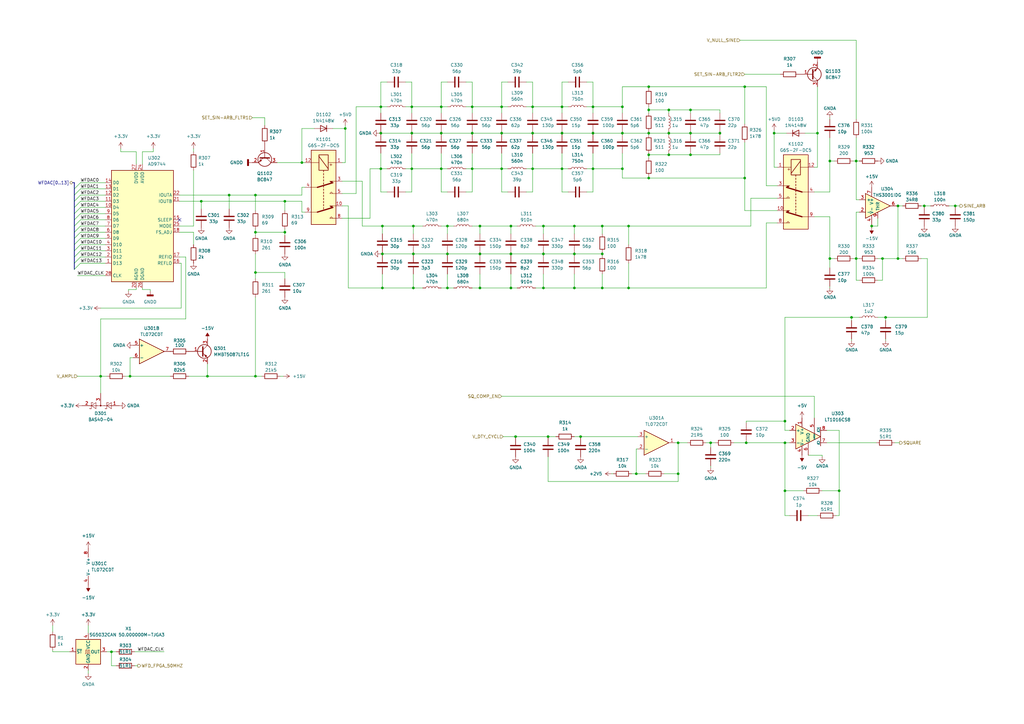
<source format=kicad_sch>
(kicad_sch (version 20230121) (generator eeschema)
  (paper "A3")
  (title_block (date "2023-07-12") (rev "1.1"))
  (junction (at 156.21 54.61))
  (junction (at 305.435 73.025))
  (junction (at 205.74 54.61))
  (junction (at 211.455 179.07))
  (junction (at 266.065 73.025))
  (junction (at 205.74 69.215))
  (junction (at 193.675 69.215))
  (junction (at 104.775 154.305))
  (junction (at 274.32 54.61))
  (junction (at 169.545 104.14))
  (junction (at 274.32 63.5))
  (junction (at 363.22 130.175))
  (junction (at 235.585 92.71))
  (junction (at 235.585 104.14))
  (junction (at 209.55 104.14))
  (junction (at 104.775 95.25))
  (junction (at 156.845 118.11))
  (junction (at 230.505 43.815))
  (junction (at 340.36 106.045))
  (junction (at 351.155 106.045))
  (junction (at 335.28 54.61))
  (junction (at 243.205 69.215))
  (junction (at 116.84 82.55))
  (junction (at 368.3 106.045))
  (junction (at 317.5 54.61))
  (junction (at 218.44 69.215))
  (junction (at 235.585 118.11))
  (junction (at 321.945 201.295))
  (junction (at 85.09 154.305))
  (junction (at 305.435 35.56))
  (junction (at 156.845 92.71))
  (junction (at 209.55 118.11))
  (junction (at 156.21 43.815))
  (junction (at 351.155 66.04))
  (junction (at 123.825 66.675))
  (junction (at 266.065 45.085))
  (junction (at 283.21 54.61))
  (junction (at 41.275 154.305))
  (junction (at 255.27 69.215))
  (junction (at 193.675 54.61))
  (junction (at 196.85 104.14))
  (junction (at 104.775 80.01))
  (junction (at 379.095 84.455))
  (junction (at 257.81 92.71))
  (junction (at 222.885 92.71))
  (junction (at 180.975 69.215))
  (junction (at 196.85 92.71))
  (junction (at 183.515 92.71))
  (junction (at 218.44 43.815))
  (junction (at 53.34 154.305))
  (junction (at 238.125 179.07))
  (junction (at 45.72 267.335))
  (junction (at 321.945 181.61))
  (junction (at 230.505 54.61))
  (junction (at 104.775 111.76))
  (junction (at 218.44 54.61))
  (junction (at 222.885 118.11))
  (junction (at 295.275 54.61))
  (junction (at 247.015 104.14))
  (junction (at 222.885 104.14))
  (junction (at 169.545 118.11))
  (junction (at 278.13 194.31))
  (junction (at 283.21 45.085))
  (junction (at 116.84 95.25))
  (junction (at 266.065 54.61))
  (junction (at 283.21 63.5))
  (junction (at 180.975 43.815))
  (junction (at 274.32 45.085))
  (junction (at 168.91 43.815))
  (junction (at 243.205 43.815))
  (junction (at 156.21 69.215))
  (junction (at 361.95 106.045))
  (junction (at 257.81 118.11))
  (junction (at 321.945 172.72))
  (junction (at 266.065 35.56))
  (junction (at 209.55 92.71))
  (junction (at 230.505 69.215))
  (junction (at 169.545 92.71))
  (junction (at 278.13 181.61))
  (junction (at 340.36 66.04))
  (junction (at 306.07 181.61))
  (junction (at 260.985 194.31))
  (junction (at 156.845 104.14))
  (junction (at 224.79 179.07))
  (junction (at 255.27 54.61))
  (junction (at 141.605 52.705))
  (junction (at 93.98 80.01))
  (junction (at 391.795 84.455))
  (junction (at 247.015 118.11))
  (junction (at 247.015 92.71))
  (junction (at 82.55 82.55))
  (junction (at 196.85 118.11))
  (junction (at 349.25 130.175))
  (junction (at 205.74 43.815))
  (junction (at 255.27 43.815))
  (junction (at 291.465 181.61))
  (junction (at 193.675 43.815))
  (junction (at 168.91 69.215))
  (junction (at 357.505 92.71))
  (junction (at 266.065 63.5))
  (junction (at 180.975 54.61))
  (junction (at 168.91 54.61))
  (junction (at 243.205 54.61))
  (junction (at 344.17 201.295))
  (junction (at 183.515 118.11))
  (junction (at 183.515 104.14))
  (junction (at 368.3 84.455))
  (no_connect (at 73.66 90.17))
  (bus_entry (at 30.48 77.47) (size 2.54 -2.54))
  (bus_entry (at 30.48 110.49) (size 2.54 -2.54))
  (bus_entry (at 30.48 85.09) (size 2.54 -2.54))
  (bus_entry (at 30.48 102.87) (size 2.54 -2.54))
  (bus_entry (at 30.48 97.79) (size 2.54 -2.54))
  (bus_entry (at 30.48 80.01) (size 2.54 -2.54))
  (bus_entry (at 30.48 92.71) (size 2.54 -2.54))
  (bus_entry (at 30.48 87.63) (size 2.54 -2.54))
  (bus_entry (at 30.48 90.17) (size 2.54 -2.54))
  (bus_entry (at 30.48 82.55) (size 2.54 -2.54))
  (bus_entry (at 30.48 105.41) (size 2.54 -2.54))
  (bus_entry (at 30.48 95.25) (size 2.54 -2.54))
  (bus_entry (at 30.48 100.33) (size 2.54 -2.54))
  (bus_entry (at 30.48 107.95) (size 2.54 -2.54))
  (wire (pts (xy 180.975 92.71) (xy 183.515 92.71)))
  (wire (pts (xy 168.91 43.815) (xy 180.975 43.815)))
  (wire (pts (xy 289.56 181.61) (xy 291.465 181.61)))
  (bus (pts (xy 30.48 87.63) (xy 30.48 85.09)))
  (wire (pts (xy 224.79 197.485) (xy 278.13 197.485)))
  (wire (pts (xy 295.275 54.61) (xy 295.275 53.975)))
  (wire (pts (xy 230.505 43.815) (xy 230.505 33.655)))
  (wire (pts (xy 283.21 62.865) (xy 283.21 63.5)))
  (wire (pts (xy 211.455 179.705) (xy 211.455 179.07)))
  (wire (pts (xy 291.465 181.61) (xy 293.37 181.61)))
  (wire (pts (xy 266.065 35.56) (xy 305.435 35.56)))
  (wire (pts (xy 73.66 105.41) (xy 76.2 105.41)))
  (wire (pts (xy 58.42 67.31) (xy 58.42 62.23)))
  (wire (pts (xy 321.945 211.455) (xy 321.945 201.295)))
  (wire (pts (xy 58.42 118.745) (xy 58.42 118.11)))
  (bus (pts (xy 30.48 80.01) (xy 30.48 77.47)))
  (wire (pts (xy 261.62 184.15) (xy 260.985 184.15)))
  (wire (pts (xy 318.77 86.36) (xy 305.435 86.36)))
  (wire (pts (xy 116.84 82.55) (xy 123.825 82.55)))
  (wire (pts (xy 166.37 78.74) (xy 168.91 78.74)))
  (wire (pts (xy 69.85 154.305) (xy 53.34 154.305)))
  (wire (pts (xy 340.36 66.04) (xy 342.265 66.04)))
  (wire (pts (xy 379.095 84.455) (xy 381.635 84.455)))
  (wire (pts (xy 351.155 106.045) (xy 352.425 106.045)))
  (wire (pts (xy 266.065 72.39) (xy 266.065 73.025)))
  (wire (pts (xy 230.505 78.74) (xy 233.045 78.74)))
  (wire (pts (xy 156.845 104.14) (xy 169.545 104.14)))
  (wire (pts (xy 193.675 78.74) (xy 193.675 69.215)))
  (wire (pts (xy 295.275 46.355) (xy 295.275 45.085)))
  (wire (pts (xy 21.59 267.335) (xy 21.59 266.7)))
  (wire (pts (xy 230.505 54.61) (xy 243.205 54.61)))
  (wire (pts (xy 367.665 84.455) (xy 368.3 84.455)))
  (wire (pts (xy 180.975 78.74) (xy 183.515 78.74)))
  (wire (pts (xy 283.21 45.085) (xy 283.21 46.355)))
  (wire (pts (xy 79.375 95.25) (xy 79.375 100.33)))
  (wire (pts (xy 206.375 179.07) (xy 211.455 179.07)))
  (wire (pts (xy 33.02 92.71) (xy 43.18 92.71)))
  (wire (pts (xy 104.775 93.98) (xy 104.775 95.25)))
  (wire (pts (xy 168.91 43.815) (xy 168.91 46.355)))
  (wire (pts (xy 156.845 103.505) (xy 156.845 104.14)))
  (wire (pts (xy 116.84 86.36) (xy 116.84 82.55)))
  (wire (pts (xy 33.02 107.95) (xy 43.18 107.95)))
  (wire (pts (xy 227.965 179.07) (xy 224.79 179.07)))
  (wire (pts (xy 169.545 103.505) (xy 169.545 104.14)))
  (wire (pts (xy 116.84 114.3) (xy 116.84 111.76)))
  (wire (pts (xy 209.55 104.14) (xy 222.885 104.14)))
  (wire (pts (xy 108.585 48.26) (xy 108.585 51.435)))
  (wire (pts (xy 82.55 85.725) (xy 82.55 82.55)))
  (wire (pts (xy 141.605 51.435) (xy 141.605 52.705)))
  (wire (pts (xy 340.36 48.26) (xy 340.36 48.895)))
  (wire (pts (xy 33.02 77.47) (xy 43.18 77.47)))
  (wire (pts (xy 33.02 105.41) (xy 43.18 105.41)))
  (wire (pts (xy 222.885 118.11) (xy 235.585 118.11)))
  (wire (pts (xy 306.07 181.61) (xy 321.945 181.61)))
  (wire (pts (xy 169.545 104.14) (xy 183.515 104.14)))
  (wire (pts (xy 156.845 104.14) (xy 156.845 104.775)))
  (wire (pts (xy 305.435 86.36) (xy 305.435 73.025)))
  (wire (pts (xy 367.03 181.61) (xy 368.935 181.61)))
  (wire (pts (xy 180.975 53.975) (xy 180.975 54.61)))
  (wire (pts (xy 33.02 95.25) (xy 43.18 95.25)))
  (wire (pts (xy 274.32 54.61) (xy 274.32 55.245)))
  (wire (pts (xy 183.515 118.11) (xy 180.975 118.11)))
  (wire (pts (xy 349.25 130.175) (xy 352.425 130.175)))
  (wire (pts (xy 218.44 78.74) (xy 218.44 69.215)))
  (wire (pts (xy 123.825 52.705) (xy 123.825 66.675)))
  (wire (pts (xy 357.505 92.71) (xy 360.045 92.71)))
  (wire (pts (xy 318.77 68.58) (xy 317.5 68.58)))
  (wire (pts (xy 191.135 33.655) (xy 193.675 33.655)))
  (wire (pts (xy 82.55 82.55) (xy 73.66 82.55)))
  (wire (pts (xy 219.71 118.11) (xy 222.885 118.11)))
  (wire (pts (xy 168.91 54.61) (xy 168.91 55.245)))
  (wire (pts (xy 168.91 78.74) (xy 168.91 69.215)))
  (wire (pts (xy 272.415 194.31) (xy 278.13 194.31)))
  (wire (pts (xy 55.245 273.05) (xy 56.515 273.05)))
  (wire (pts (xy 156.21 43.815) (xy 156.21 33.655)))
  (wire (pts (xy 77.47 154.305) (xy 85.09 154.305)))
  (wire (pts (xy 93.98 80.01) (xy 104.775 80.01)))
  (wire (pts (xy 361.95 106.045) (xy 360.045 106.045)))
  (wire (pts (xy 257.81 118.11) (xy 314.325 118.11)))
  (wire (pts (xy 196.85 104.775) (xy 196.85 104.14)))
  (wire (pts (xy 33.02 85.09) (xy 43.18 85.09)))
  (wire (pts (xy 156.845 112.395) (xy 156.845 118.11)))
  (wire (pts (xy 305.435 35.56) (xy 314.325 35.56)))
  (wire (pts (xy 104.775 111.76) (xy 104.775 114.3)))
  (wire (pts (xy 257.81 92.71) (xy 307.975 92.71)))
  (wire (pts (xy 193.675 53.975) (xy 193.675 54.61)))
  (wire (pts (xy 51.435 154.305) (xy 53.34 154.305)))
  (wire (pts (xy 104.775 111.76) (xy 116.84 111.76)))
  (wire (pts (xy 235.585 95.885) (xy 235.585 92.71)))
  (wire (pts (xy 317.5 54.61) (xy 322.58 54.61)))
  (wire (pts (xy 28.575 267.335) (xy 21.59 267.335)))
  (wire (pts (xy 180.975 43.815) (xy 183.515 43.815)))
  (wire (pts (xy 33.02 82.55) (xy 43.18 82.55)))
  (wire (pts (xy 363.22 139.065) (xy 363.22 139.7)))
  (wire (pts (xy 156.21 54.61) (xy 156.21 55.245)))
  (wire (pts (xy 169.545 92.71) (xy 173.355 92.71)))
  (wire (pts (xy 255.27 54.61) (xy 266.065 54.61)))
  (wire (pts (xy 218.44 43.815) (xy 230.505 43.815)))
  (wire (pts (xy 243.205 78.74) (xy 243.205 69.215)))
  (wire (pts (xy 230.505 43.815) (xy 233.045 43.815)))
  (wire (pts (xy 349.885 66.04) (xy 351.155 66.04)))
  (wire (pts (xy 104.775 95.25) (xy 116.84 95.25)))
  (wire (pts (xy 321.945 172.72) (xy 306.07 172.72)))
  (wire (pts (xy 169.545 104.14) (xy 169.545 104.775)))
  (wire (pts (xy 212.09 92.71) (xy 209.55 92.71)))
  (wire (pts (xy 191.135 69.215) (xy 193.675 69.215)))
  (wire (pts (xy 238.125 179.07) (xy 235.585 179.07)))
  (wire (pts (xy 73.66 107.95) (xy 74.295 107.95)))
  (wire (pts (xy 211.455 179.07) (xy 224.79 179.07)))
  (bus (pts (xy 30.48 90.17) (xy 30.48 87.63)))
  (wire (pts (xy 351.155 86.995) (xy 351.155 106.045)))
  (wire (pts (xy 196.85 118.11) (xy 196.85 112.395)))
  (wire (pts (xy 82.55 82.55) (xy 116.84 82.55)))
  (wire (pts (xy 180.975 43.815) (xy 180.975 33.655)))
  (bus (pts (xy 30.48 102.87) (xy 30.48 100.33)))
  (wire (pts (xy 151.765 89.535) (xy 151.765 69.215)))
  (wire (pts (xy 344.17 211.455) (xy 342.9 211.455)))
  (wire (pts (xy 173.355 118.11) (xy 169.545 118.11)))
  (wire (pts (xy 257.81 92.71) (xy 247.015 92.71)))
  (wire (pts (xy 222.885 118.11) (xy 222.885 112.395)))
  (wire (pts (xy 205.74 33.655) (xy 208.28 33.655)))
  (wire (pts (xy 295.275 54.61) (xy 295.275 55.245)))
  (wire (pts (xy 230.505 54.61) (xy 230.505 55.245)))
  (bus (pts (xy 30.48 105.41) (xy 30.48 102.87)))
  (wire (pts (xy 21.59 259.08) (xy 21.59 256.54)))
  (wire (pts (xy 323.85 176.53) (xy 321.945 176.53)))
  (wire (pts (xy 360.045 92.71) (xy 360.045 89.535)))
  (wire (pts (xy 142.875 84.455) (xy 142.875 118.11)))
  (wire (pts (xy 218.44 54.61) (xy 218.44 55.245)))
  (wire (pts (xy 85.09 154.305) (xy 85.09 149.225)))
  (bus (pts (xy 30.48 110.49) (xy 30.48 107.95)))
  (wire (pts (xy 330.2 54.61) (xy 335.28 54.61)))
  (wire (pts (xy 240.665 33.655) (xy 243.205 33.655)))
  (wire (pts (xy 209.55 118.11) (xy 212.09 118.11)))
  (wire (pts (xy 368.3 106.045) (xy 370.205 106.045)))
  (wire (pts (xy 306.07 180.975) (xy 306.07 181.61)))
  (wire (pts (xy 128.905 52.705) (xy 123.825 52.705)))
  (wire (pts (xy 41.275 126.365) (xy 74.295 126.365)))
  (wire (pts (xy 55.88 118.11) (xy 55.88 118.745)))
  (wire (pts (xy 180.975 43.815) (xy 180.975 46.355)))
  (wire (pts (xy 321.945 176.53) (xy 321.945 172.72)))
  (wire (pts (xy 344.17 201.295) (xy 344.17 211.455)))
  (wire (pts (xy 166.37 43.815) (xy 168.91 43.815)))
  (wire (pts (xy 235.585 118.11) (xy 235.585 112.395)))
  (wire (pts (xy 295.275 63.5) (xy 283.21 63.5)))
  (wire (pts (xy 357.505 92.71) (xy 357.505 93.345)))
  (wire (pts (xy 41.275 154.305) (xy 41.275 130.81)))
  (wire (pts (xy 196.85 118.11) (xy 209.55 118.11)))
  (wire (pts (xy 266.065 45.085) (xy 266.065 43.815)))
  (wire (pts (xy 349.25 139.065) (xy 349.25 139.7)))
  (wire (pts (xy 276.86 181.61) (xy 278.13 181.61)))
  (wire (pts (xy 205.74 53.975) (xy 205.74 54.61)))
  (wire (pts (xy 240.665 69.215) (xy 243.205 69.215)))
  (wire (pts (xy 141.605 66.675) (xy 141.605 52.705)))
  (wire (pts (xy 349.885 106.045) (xy 351.155 106.045)))
  (wire (pts (xy 340.36 56.515) (xy 340.36 66.04)))
  (wire (pts (xy 222.885 104.775) (xy 222.885 104.14)))
  (wire (pts (xy 357.505 92.075) (xy 357.505 92.71)))
  (wire (pts (xy 278.13 194.31) (xy 278.13 181.61)))
  (wire (pts (xy 141.605 52.705) (xy 136.525 52.705)))
  (wire (pts (xy 274.32 63.5) (xy 266.065 63.5)))
  (wire (pts (xy 196.85 92.71) (xy 193.675 92.71)))
  (bus (pts (xy 30.48 95.25) (xy 30.48 92.71)))
  (wire (pts (xy 247.015 92.71) (xy 235.585 92.71)))
  (wire (pts (xy 209.55 104.14) (xy 209.55 104.775)))
  (wire (pts (xy 209.55 118.11) (xy 209.55 112.395)))
  (wire (pts (xy 363.22 130.175) (xy 363.22 131.445)))
  (wire (pts (xy 335.28 54.61) (xy 335.28 68.58)))
  (wire (pts (xy 85.09 154.305) (xy 104.775 154.305)))
  (wire (pts (xy 49.53 62.23) (xy 49.53 60.96)))
  (wire (pts (xy 335.28 68.58) (xy 334.01 68.58)))
  (wire (pts (xy 243.205 43.815) (xy 243.205 46.355)))
  (wire (pts (xy 351.155 66.04) (xy 351.155 81.915)))
  (wire (pts (xy 283.21 54.61) (xy 283.21 55.245)))
  (wire (pts (xy 351.155 66.04) (xy 352.425 66.04)))
  (wire (pts (xy 259.08 194.31) (xy 260.985 194.31)))
  (wire (pts (xy 53.34 154.305) (xy 53.34 146.685)))
  (wire (pts (xy 193.675 118.11) (xy 196.85 118.11)))
  (wire (pts (xy 140.335 66.675) (xy 141.605 66.675)))
  (wire (pts (xy 215.9 69.215) (xy 218.44 69.215)))
  (wire (pts (xy 31.75 113.03) (xy 43.18 113.03)))
  (wire (pts (xy 321.945 201.295) (xy 329.565 201.295)))
  (wire (pts (xy 156.21 69.215) (xy 156.21 78.74)))
  (wire (pts (xy 235.585 104.14) (xy 235.585 103.505)))
  (wire (pts (xy 368.3 84.455) (xy 368.3 106.045)))
  (wire (pts (xy 255.27 46.355) (xy 255.27 43.815)))
  (wire (pts (xy 148.59 92.71) (xy 148.59 74.295)))
  (wire (pts (xy 103.505 48.26) (xy 108.585 48.26)))
  (wire (pts (xy 205.74 54.61) (xy 218.44 54.61)))
  (wire (pts (xy 255.27 43.815) (xy 243.205 43.815)))
  (wire (pts (xy 230.505 43.815) (xy 230.505 46.355)))
  (wire (pts (xy 291.465 183.515) (xy 291.465 181.61)))
  (wire (pts (xy 33.02 97.79) (xy 43.18 97.79)))
  (wire (pts (xy 255.27 43.815) (xy 255.27 35.56)))
  (wire (pts (xy 255.27 55.245) (xy 255.27 54.61)))
  (wire (pts (xy 168.91 53.975) (xy 168.91 54.61)))
  (wire (pts (xy 61.595 118.745) (xy 61.595 119.38)))
  (wire (pts (xy 196.85 95.885) (xy 196.85 92.71)))
  (wire (pts (xy 337.185 186.69) (xy 331.47 186.69)))
  (wire (pts (xy 205.74 69.215) (xy 208.28 69.215)))
  (wire (pts (xy 146.05 43.815) (xy 146.05 79.375)))
  (wire (pts (xy 156.21 53.975) (xy 156.21 54.61)))
  (wire (pts (xy 209.55 95.885) (xy 209.55 92.71)))
  (wire (pts (xy 380.365 130.175) (xy 380.365 106.045)))
  (wire (pts (xy 360.045 114.935) (xy 361.95 114.935)))
  (wire (pts (xy 55.245 267.335) (xy 67.31 267.335)))
  (wire (pts (xy 41.275 130.81) (xy 76.2 130.81)))
  (wire (pts (xy 361.95 114.935) (xy 361.95 106.045)))
  (wire (pts (xy 334.01 88.9) (xy 340.36 88.9)))
  (wire (pts (xy 361.95 106.045) (xy 368.3 106.045)))
  (wire (pts (xy 317.5 53.34) (xy 317.5 54.61)))
  (wire (pts (xy 344.17 176.53) (xy 339.09 176.53)))
  (wire (pts (xy 321.945 181.61) (xy 321.945 201.295)))
  (wire (pts (xy 113.665 66.675) (xy 123.825 66.675)))
  (wire (pts (xy 243.205 54.61) (xy 243.205 55.245)))
  (wire (pts (xy 205.74 43.815) (xy 205.74 33.655)))
  (wire (pts (xy 73.66 92.71) (xy 79.375 92.71)))
  (wire (pts (xy 43.815 267.335) (xy 45.72 267.335)))
  (wire (pts (xy 235.585 118.11) (xy 247.015 118.11)))
  (wire (pts (xy 140.335 89.535) (xy 151.765 89.535)))
  (wire (pts (xy 148.59 92.71) (xy 156.845 92.71)))
  (wire (pts (xy 156.845 118.11) (xy 169.545 118.11)))
  (wire (pts (xy 247.015 104.14) (xy 247.015 104.775)))
  (wire (pts (xy 116.84 95.25) (xy 116.84 96.52)))
  (wire (pts (xy 180.975 54.61) (xy 193.675 54.61)))
  (wire (pts (xy 331.47 211.455) (xy 335.28 211.455)))
  (wire (pts (xy 156.21 43.815) (xy 158.75 43.815)))
  (wire (pts (xy 191.135 78.74) (xy 193.675 78.74)))
  (wire (pts (xy 283.21 45.085) (xy 274.32 45.085)))
  (wire (pts (xy 351.155 16.51) (xy 351.155 48.895)))
  (wire (pts (xy 156.845 92.71) (xy 169.545 92.71)))
  (wire (pts (xy 255.27 69.215) (xy 255.27 62.865)))
  (wire (pts (xy 351.155 106.045) (xy 351.155 114.935)))
  (wire (pts (xy 295.275 45.085) (xy 283.21 45.085)))
  (wire (pts (xy 305.435 30.48) (xy 320.04 30.48)))
  (wire (pts (xy 307.975 81.28) (xy 318.77 81.28)))
  (wire (pts (xy 215.9 78.74) (xy 218.44 78.74)))
  (wire (pts (xy 193.675 33.655) (xy 193.675 43.815)))
  (wire (pts (xy 33.02 80.01) (xy 43.18 80.01)))
  (wire (pts (xy 266.065 64.77) (xy 266.065 63.5)))
  (wire (pts (xy 222.885 104.14) (xy 235.585 104.14)))
  (wire (pts (xy 305.435 50.8) (xy 305.435 35.56)))
  (wire (pts (xy 266.065 73.025) (xy 305.435 73.025)))
  (wire (pts (xy 191.135 43.815) (xy 193.675 43.815)))
  (wire (pts (xy 104.775 95.25) (xy 104.775 96.52)))
  (wire (pts (xy 314.325 76.2) (xy 314.325 35.56)))
  (wire (pts (xy 183.515 92.71) (xy 183.515 95.885)))
  (wire (pts (xy 104.775 104.14) (xy 104.775 111.76)))
  (wire (pts (xy 314.325 91.44) (xy 318.77 91.44)))
  (wire (pts (xy 104.775 80.01) (xy 123.825 80.01)))
  (wire (pts (xy 123.825 76.835) (xy 125.095 76.835)))
  (wire (pts (xy 340.36 66.04) (xy 340.36 78.74)))
  (wire (pts (xy 156.21 33.655) (xy 158.75 33.655)))
  (wire (pts (xy 183.515 103.505) (xy 183.515 104.14)))
  (wire (pts (xy 266.065 35.56) (xy 266.065 36.195)))
  (wire (pts (xy 247.015 104.14) (xy 247.015 103.505)))
  (wire (pts (xy 196.85 104.14) (xy 196.85 103.505)))
  (wire (pts (xy 295.275 62.865) (xy 295.275 63.5)))
  (wire (pts (xy 306.07 172.72) (xy 306.07 173.355)))
  (wire (pts (xy 215.9 43.815) (xy 218.44 43.815)))
  (wire (pts (xy 33.02 100.33) (xy 43.18 100.33)))
  (wire (pts (xy 274.32 46.355) (xy 274.32 45.085)))
  (wire (pts (xy 180.975 33.655) (xy 183.515 33.655)))
  (wire (pts (xy 230.505 33.655) (xy 233.045 33.655)))
  (wire (pts (xy 55.88 118.745) (xy 52.705 118.745)))
  (wire (pts (xy 93.98 85.725) (xy 93.98 80.01)))
  (wire (pts (xy 168.91 69.215) (xy 180.975 69.215)))
  (wire (pts (xy 205.74 43.815) (xy 205.74 46.355)))
  (wire (pts (xy 73.66 80.01) (xy 93.98 80.01)))
  (wire (pts (xy 230.505 69.215) (xy 230.505 78.74)))
  (wire (pts (xy 180.975 69.215) (xy 183.515 69.215)))
  (wire (pts (xy 255.27 69.215) (xy 255.27 73.025)))
  (wire (pts (xy 240.665 78.74) (xy 243.205 78.74)))
  (wire (pts (xy 123.825 66.675) (xy 125.095 66.675)))
  (wire (pts (xy 266.065 54.61) (xy 274.32 54.61)))
  (wire (pts (xy 116.84 95.25) (xy 116.84 93.98)))
  (wire (pts (xy 168.91 69.215) (xy 166.37 69.215)))
  (wire (pts (xy 218.44 43.815) (xy 218.44 46.355)))
  (wire (pts (xy 104.775 121.92) (xy 104.775 154.305)))
  (wire (pts (xy 247.015 118.11) (xy 257.81 118.11)))
  (wire (pts (xy 193.675 43.815) (xy 193.675 46.355)))
  (wire (pts (xy 193.675 62.865) (xy 193.675 69.215)))
  (wire (pts (xy 255.27 73.025) (xy 266.065 73.025)))
  (wire (pts (xy 321.945 172.72) (xy 321.945 130.175)))
  (wire (pts (xy 243.205 62.865) (xy 243.205 69.215)))
  (wire (pts (xy 323.85 211.455) (xy 321.945 211.455)))
  (wire (pts (xy 351.155 56.515) (xy 351.155 66.04)))
  (wire (pts (xy 235.585 92.71) (xy 222.885 92.71)))
  (wire (pts (xy 247.015 95.885) (xy 247.015 92.71)))
  (wire (pts (xy 155.575 54.61) (xy 156.21 54.61)))
  (wire (pts (xy 166.37 33.655) (xy 168.91 33.655)))
  (wire (pts (xy 186.055 92.71) (xy 183.515 92.71)))
  (wire (pts (xy 45.72 267.335) (xy 47.625 267.335)))
  (wire (pts (xy 180.975 54.61) (xy 180.975 55.245)))
  (wire (pts (xy 140.335 74.295) (xy 148.59 74.295)))
  (wire (pts (xy 340.36 117.475) (xy 340.36 118.11)))
  (wire (pts (xy 274.32 62.865) (xy 274.32 63.5)))
  (wire (pts (xy 335.28 35.56) (xy 335.28 54.61)))
  (bus (pts (xy 30.48 85.09) (xy 30.48 82.55)))
  (wire (pts (xy 168.91 62.865) (xy 168.91 69.215)))
  (wire (pts (xy 363.22 130.175) (xy 380.365 130.175)))
  (wire (pts (xy 193.675 54.61) (xy 193.675 55.245)))
  (wire (pts (xy 183.515 118.11) (xy 186.055 118.11)))
  (wire (pts (xy 266.065 46.355) (xy 266.065 45.085)))
  (wire (pts (xy 352.425 81.915) (xy 351.155 81.915)))
  (wire (pts (xy 33.02 87.63) (xy 43.18 87.63)))
  (wire (pts (xy 156.21 69.215) (xy 158.75 69.215)))
  (wire (pts (xy 318.77 76.2) (xy 314.325 76.2)))
  (wire (pts (xy 283.21 54.61) (xy 295.275 54.61)))
  (wire (pts (xy 156.21 78.74) (xy 158.75 78.74)))
  (wire (pts (xy 243.205 69.215) (xy 255.27 69.215)))
  (wire (pts (xy 169.545 92.71) (xy 169.545 95.885)))
  (wire (pts (xy 156.845 92.71) (xy 156.845 95.885)))
  (wire (pts (xy 240.665 43.815) (xy 243.205 43.815)))
  (wire (pts (xy 224.79 179.07) (xy 224.79 179.705)))
  (wire (pts (xy 140.335 84.455) (xy 142.875 84.455)))
  (wire (pts (xy 389.255 84.455) (xy 391.795 84.455)))
  (wire (pts (xy 314.325 118.11) (xy 314.325 91.44)))
  (wire (pts (xy 218.44 33.655) (xy 218.44 43.815)))
  (bus (pts (xy 30.48 100.33) (xy 30.48 97.79)))
  (wire (pts (xy 193.675 43.815) (xy 205.74 43.815)))
  (wire (pts (xy 123.825 80.01) (xy 123.825 76.835)))
  (wire (pts (xy 168.91 33.655) (xy 168.91 43.815)))
  (wire (pts (xy 307.975 92.71) (xy 307.975 81.28)))
  (wire (pts (xy 352.425 86.995) (xy 351.155 86.995)))
  (wire (pts (xy 260.985 184.15) (xy 260.985 194.31)))
  (wire (pts (xy 193.675 69.215) (xy 205.74 69.215)))
  (wire (pts (xy 55.88 62.23) (xy 49.53 62.23)))
  (wire (pts (xy 146.05 43.815) (xy 156.21 43.815)))
  (wire (pts (xy 337.185 187.325) (xy 337.185 186.69)))
  (wire (pts (xy 36.195 256.54) (xy 36.195 259.715)))
  (wire (pts (xy 391.795 85.09) (xy 391.795 84.455)))
  (wire (pts (xy 340.36 106.045) (xy 342.265 106.045)))
  (wire (pts (xy 76.2 105.41) (xy 76.2 130.81)))
  (wire (pts (xy 278.13 181.61) (xy 281.94 181.61)))
  (wire (pts (xy 339.09 181.61) (xy 359.41 181.61)))
  (wire (pts (xy 380.365 106.045) (xy 377.825 106.045)))
  (wire (pts (xy 215.9 33.655) (xy 218.44 33.655)))
  (wire (pts (xy 205.74 78.74) (xy 208.28 78.74)))
  (wire (pts (xy 79.375 60.96) (xy 79.375 62.23)))
  (wire (pts (xy 274.32 54.61) (xy 274.32 53.975)))
  (wire (pts (xy 104.775 154.305) (xy 107.315 154.305)))
  (wire (pts (xy 266.065 54.61) (xy 266.065 53.975)))
  (wire (pts (xy 104.775 86.36) (xy 104.775 80.01)))
  (wire (pts (xy 183.515 112.395) (xy 183.515 118.11)))
  (wire (pts (xy 193.675 54.61) (xy 205.74 54.61)))
  (wire (pts (xy 278.13 197.485) (xy 278.13 194.31)))
  (wire (pts (xy 391.795 84.455) (xy 393.7 84.455)))
  (wire (pts (xy 334.01 78.74) (xy 340.36 78.74)))
  (wire (pts (xy 33.02 74.93) (xy 43.18 74.93)))
  (wire (pts (xy 43.815 154.305) (xy 41.275 154.305)))
  (wire (pts (xy 169.545 112.395) (xy 169.545 118.11)))
  (wire (pts (xy 321.945 130.175) (xy 349.25 130.175)))
  (wire (pts (xy 230.505 69.215) (xy 233.045 69.215)))
  (wire (pts (xy 45.72 273.05) (xy 45.72 267.335)))
  (wire (pts (xy 257.81 118.11) (xy 257.81 107.95)))
  (wire (pts (xy 79.375 92.71) (xy 79.375 69.85)))
  (wire (pts (xy 222.885 92.71) (xy 219.71 92.71)))
  (wire (pts (xy 255.27 35.56) (xy 266.065 35.56)))
  (wire (pts (xy 36.195 274.955) (xy 36.195 276.225)))
  (wire (pts (xy 222.885 104.14) (xy 222.885 103.505)))
  (wire (pts (xy 156.21 62.865) (xy 156.21 69.215)))
  (bus (pts (xy 30.48 97.79) (xy 30.48 95.25)))
  (wire (pts (xy 351.155 114.935) (xy 352.425 114.935)))
  (wire (pts (xy 235.585 104.14) (xy 247.015 104.14)))
  (wire (pts (xy 180.975 62.865) (xy 180.975 69.215)))
  (wire (pts (xy 196.85 104.14) (xy 209.55 104.14)))
  (wire (pts (xy 55.88 67.31) (xy 55.88 62.23)))
  (wire (pts (xy 243.205 33.655) (xy 243.205 43.815)))
  (bus (pts (xy 30.48 92.71) (xy 30.48 90.17)))
  (wire (pts (xy 61.595 118.745) (xy 58.42 118.745)))
  (wire (pts (xy 224.79 187.325) (xy 224.79 197.485)))
  (wire (pts (xy 238.125 179.07) (xy 238.125 179.705)))
  (wire (pts (xy 33.02 102.87) (xy 43.18 102.87)))
  (wire (pts (xy 205.74 54.61) (xy 205.74 55.245)))
  (wire (pts (xy 218.44 62.865) (xy 218.44 69.215)))
  (wire (pts (xy 337.185 201.295) (xy 344.17 201.295)))
  (wire (pts (xy 183.515 104.14) (xy 183.515 104.775)))
  (wire (pts (xy 156.21 43.815) (xy 156.21 46.355)))
  (wire (pts (xy 266.065 55.245) (xy 266.065 54.61)))
  (wire (pts (xy 58.42 62.23) (xy 62.865 62.23)))
  (wire (pts (xy 142.875 118.11) (xy 156.845 118.11)))
  (wire (pts (xy 260.985 194.31) (xy 264.795 194.31)))
  (wire (pts (xy 218.44 53.975) (xy 218.44 54.61)))
  (wire (pts (xy 360.045 130.175) (xy 363.22 130.175)))
  (wire (pts (xy 340.36 106.045) (xy 340.36 109.855)))
  (wire (pts (xy 53.34 146.685) (xy 54.61 146.685)))
  (wire (pts (xy 283.21 63.5) (xy 274.32 63.5)))
  (wire (pts (xy 291.465 191.135) (xy 291.465 191.77)))
  (wire (pts (xy 205.74 162.56) (xy 334.01 162.56)))
  (wire (pts (xy 305.435 73.025) (xy 305.435 58.42)))
  (wire (pts (xy 52.705 118.745) (xy 52.705 119.38)))
  (wire (pts (xy 303.53 16.51) (xy 351.155 16.51)))
  (wire (pts (xy 344.17 201.295) (xy 344.17 176.53)))
  (wire (pts (xy 230.505 53.975) (xy 230.505 54.61)))
  (wire (pts (xy 283.21 53.975) (xy 283.21 54.61)))
  (wire (pts (xy 73.66 95.25) (xy 79.375 95.25)))
  (wire (pts (xy 168.91 54.61) (xy 180.975 54.61)))
  (wire (pts (xy 340.36 88.9) (xy 340.36 106.045)))
  (wire (pts (xy 368.3 84.455) (xy 370.205 84.455)))
  (wire (pts (xy 247.015 118.11) (xy 247.015 112.395)))
  (wire (pts (xy 334.01 171.45) (xy 334.01 162.56)))
  (wire (pts (xy 41.275 154.305) (xy 41.275 161.29)))
  (wire (pts (xy 300.99 181.61) (xy 306.07 181.61)))
  (wire (pts (xy 379.095 85.09) (xy 379.095 84.455)))
  (wire (pts (xy 274.32 54.61) (xy 283.21 54.61)))
  (wire (pts (xy 243.205 54.61) (xy 255.27 54.61)))
  (wire (pts (xy 222.885 95.885) (xy 222.885 92.71)))
  (bus (pts (xy 30.48 77.47) (xy 30.48 74.93)))
  (wire (pts (xy 123.825 82.55) (xy 123.825 86.995)))
  (wire (pts (xy 205.74 69.215) (xy 205.74 78.74)))
  (bus (pts (xy 30.48 82.55) (xy 30.48 80.01)))
  (wire (pts (xy 140.335 79.375) (xy 146.05 79.375)))
  (wire (pts (xy 209.55 92.71) (xy 196.85 92.71)))
  (wire (pts (xy 156.21 104.14) (xy 156.845 104.14)))
  (bus (pts (xy 30.48 107.95) (xy 30.48 105.41)))
  (wire (pts (xy 205.74 43.815) (xy 208.28 43.815)))
  (wire (pts (xy 47.625 273.05) (xy 45.72 273.05)))
  (wire (pts (xy 321.945 181.61) (xy 323.85 181.61)))
  (wire (pts (xy 31.75 154.305) (xy 41.275 154.305)))
  (wire (pts (xy 266.065 63.5) (xy 266.065 62.865)))
  (bus (pts (xy 29.845 74.93) (xy 30.48 74.93)))
  (wire (pts (xy 243.205 53.975) (xy 243.205 54.61)))
  (wire (pts (xy 274.32 45.085) (xy 266.065 45.085)))
  (wire (pts (xy 151.765 69.215) (xy 156.21 69.215)))
  (wire (pts (xy 379.095 84.455) (xy 377.825 84.455)))
  (wire (pts (xy 317.5 68.58) (xy 317.5 54.61)))
  (wire (pts (xy 156.21 54.61) (xy 168.91 54.61)))
  (wire (pts (xy 218.44 69.215) (xy 230.505 69.215)))
  (wire (pts (xy 74.295 107.95) (xy 74.295 126.365)))
  (wire (pts (xy 209.55 104.14) (xy 209.55 103.505)))
  (wire (pts (xy 235.585 104.775) (xy 235.585 104.14)))
  (wire (pts (xy 261.62 179.07) (xy 238.125 179.07)))
  (wire (pts (xy 114.935 154.305) (xy 116.205 154.305)))
  (wire (pts (xy 180.975 69.215) (xy 180.975 78.74)))
  (wire (pts (xy 250.825 194.31) (xy 251.46 194.31)))
  (wire (pts (xy 62.865 60.96) (xy 62.865 62.23)))
  (wire (pts (xy 257.81 100.33) (xy 257.81 92.71)))
  (wire (pts (xy 183.515 104.14) (xy 196.85 104.14)))
  (wire (pts (xy 218.44 54.61) (xy 230.505 54.61)))
  (wire (pts (xy 123.825 86.995) (xy 125.095 86.995)))
  (wire (pts (xy 349.25 131.445) (xy 349.25 130.175)))
  (wire (pts (xy 205.74 62.865) (xy 205.74 69.215)))
  (wire (pts (xy 255.27 54.61) (xy 255.27 53.975)))
  (wire (pts (xy 230.505 62.865) (xy 230.505 69.215)))
  (wire (pts (xy 33.02 90.17) (xy 43.18 90.17)))
  (label "WFDAC7" (at 33.02 92.71 0))
  (label "WFDAC10" (at 33.02 100.33 0))
  (label "WFDAC_CLK" (at 67.31 267.335 180))
  (label "WFDAC12" (at 33.02 105.41 0))
  (label "WFDAC13" (at 33.02 107.95 0))
  (label "WFDAC_CLK" (at 31.75 113.03 0))
  (label "WFDAC3" (at 33.02 82.55 0))
  (label "WFDAC9" (at 33.02 97.79 0))
  (label "WFDAC11" (at 33.02 102.87 0))
  (label "WFDAC1" (at 33.02 77.47 0))
  (label "WFDAC6" (at 33.02 90.17 0))
  (label "WFDAC0" (at 33.02 74.93 0))
  (label "WFDAC5" (at 33.02 87.63 0))
  (label "WFDAC2" (at 33.02 80.01 0))
  (label "WFDAC8" (at 33.02 95.25 0))
  (label "WFDAC4" (at 33.02 85.09 0))
  (hierarchical_label "V_DTY_CYCL" (shape input) (at 206.375 179.07 180))
  (hierarchical_label "WFDAC[0..13]" (shape bidirectional) (at 29.845 74.93 180))
  (hierarchical_label "V_NULL_SINE" (shape input) (at 303.53 16.51 180))
  (hierarchical_label "SQUARE" (shape output) (at 368.935 181.61 0))
  (hierarchical_label "SET_SIN-ARB_FLTR1" (shape input) (at 103.505 48.26 180))
  (hierarchical_label "SET_SIN-ARB_FLTR2" (shape input) (at 305.435 30.48 180))
  (hierarchical_label "V_AMPL" (shape input) (at 31.75 154.305 180))
  (hierarchical_label "SQ_COMP_EN" (shape input) (at 205.74 162.56 180))
  (hierarchical_label "SINE_ARB" (shape output) (at 393.7 84.455 0))
  (hierarchical_label "WFD_FPGA_50MHZ" (shape output) (at 56.515 273.05 0))
  (symbol (lib_id "Device:L") (at 274.32 59.055 0) (unit 1)
    (property "Reference" "L316" (at 274.955 57.785 0) (effects (justify left)))
    (property "Value" "1u" (at 275.59 60.325 0) (effects (justify left)))
    (property "Footprint" "Inductor_SMD:L_0805_2012Metric_Pad1.15x1.40mm_HandSolder" (effects hide))
    (instances (project "ETH1CFGEN1B" (path "" (reference "L316") (unit 1))) (project "ETH1CFGEN1" (path "" (reference "L1116") (unit 1))))
  )
  (symbol (lib_id "Device:C") (at 306.07 177.165 0) (unit 1)
    (property "Reference" "C372" (at 309.88 175.895 0) (effects (justify left)))
    (property "Value" "10p" (at 309.88 178.435 0) (effects (justify left)))
    (property "Footprint" "Capacitor_SMD:C_0603_1608Metric_Pad1.08x0.95mm_HandSolder" (effects hide))
    (instances (project "ETH1CFGEN1B" (path "" (reference "C372") (unit 1))) (project "ETH1CFGEN1" (path "" (reference "C1155") (unit 1))))
  )
  (symbol (lib_id "Device:C") (at 283.21 59.055 0) (unit 1)
    (property "Reference" "C366" (at 286.385 57.785 0) (effects (justify left)))
    (property "Value" "47p" (at 287.02 60.325 0) (effects (justify left)))
    (property "Footprint" "Capacitor_SMD:C_0603_1608Metric_Pad1.08x0.95mm_HandSolder" (effects hide))
    (instances (project "ETH1CFGEN1B" (path "" (reference "C366") (unit 1))) (project "ETH1CFGEN1" (path "" (reference "C1151") (unit 1))))
  )
  (symbol (lib_id "power:-15V") (at 357.505 93.345 180) (unit 1)
    (property "Reference" "#PWR01137" (effects hide))
    (property "Value" "-15V" (at 357.505 97.79 0))
  )
  (symbol (lib_id "Analog_DAC:AD9744") (at 58.42 92.71 0) (unit 1)
    (property "Reference" "U302" (at 60.6141 64.77 0) (effects (justify left)))
    (property "Value" "AD9744" (at 60.6141 67.31 0) (effects (justify left)))
    (property "Footprint" "Package_SO:TSSOP-28_4.4x9.7mm_P0.65mm" (effects hide))
    (property "Datasheet" "https://www.analog.com/media/en/technical-documentation/data-sheets/AD9744.pdf" (effects hide))
    (instances (project "ETH1CFGEN1B" (path "" (reference "U302") (unit 1))) (project "ETH1CFGEN1" (path "" (reference "U1102") (unit 1))))
  )
  (symbol (lib_id "Device:R") (at 346.075 106.045 90) (unit 1)
    (property "Reference" "R330" (at 346.075 100.965 90))
    (property "Value" "200" (at 346.075 103.505 90))
    (property "Footprint" "Resistor_SMD:R_0603_1608Metric_Pad0.98x0.95mm_HandSolder" (effects hide))
    (instances (project "ETH1CFGEN1B" (path "" (reference "R330") (unit 1))) (project "ETH1CFGEN1" (path "" (reference "R1130") (unit 1))))
  )
  (symbol (lib_id "Device:R") (at 351.155 52.705 0) (unit 1)
    (property "Reference" "R331" (at 353.06 51.435 0) (effects (justify left)))
    (property "Value" "100k" (at 353.06 53.975 0) (effects (justify left)))
    (property "Footprint" "Resistor_SMD:R_0603_1608Metric_Pad0.98x0.95mm_HandSolder" (effects hide))
    (instances (project "ETH1CFGEN1B" (path "" (reference "R331") (unit 1))) (project "ETH1CFGEN1" (path "" (reference "R1131") (unit 1))))
  )
  (symbol (lib_id "Device:C") (at 235.585 99.695 0) (unit 1)
    (property "Reference" "C352" (at 238.76 98.425 0) (effects (justify left)))
    (property "Value" "56p" (at 238.76 100.965 0) (effects (justify left)))
    (property "Footprint" "Capacitor_SMD:C_0603_1608Metric_Pad1.08x0.95mm_HandSolder" (effects hide))
    (instances (project "ETH1CFGEN1B" (path "" (reference "C352") (unit 1))) (project "ETH1CFGEN1" (path "" (reference "C1141") (unit 1))))
  )
  (symbol (lib_id "Device:R") (at 356.235 106.045 90) (unit 1)
    (property "Reference" "R333" (at 356.235 100.965 90))
    (property "Value" "953" (at 356.235 103.505 90))
    (property "Footprint" "Resistor_SMD:R_0603_1608Metric_Pad0.98x0.95mm_HandSolder" (effects hide))
    (instances (project "ETH1CFGEN1B" (path "" (reference "R333") (unit 1))) (project "ETH1CFGEN1" (path "" (reference "R1133") (unit 1))))
  )
  (symbol (lib_id "Device:C") (at 156.845 99.695 0) (unit 1)
    (property "Reference" "C315" (at 160.02 98.425 0) (effects (justify left)))
    (property "Value" "30p" (at 160.02 100.965 0) (effects (justify left)))
    (property "Footprint" "Capacitor_SMD:C_0603_1608Metric_Pad1.08x0.95mm_HandSolder" (effects hide))
    (instances (project "ETH1CFGEN1B" (path "" (reference "C315") (unit 1))) (project "ETH1CFGEN1" (path "" (reference "C1109") (unit 1))))
  )
  (symbol (lib_id "Device:C") (at 180.975 50.165 0) (unit 1)
    (property "Reference" "C326" (at 184.15 48.895 0) (effects (justify left)))
    (property "Value" "56p" (at 184.785 51.435 0) (effects (justify left)))
    (property "Footprint" "Capacitor_SMD:C_0603_1608Metric_Pad1.08x0.95mm_HandSolder" (effects hide))
    (instances (project "ETH1CFGEN1B" (path "" (reference "C326") (unit 1))) (project "ETH1CFGEN1" (path "" (reference "C1117") (unit 1))))
  )
  (symbol (lib_id "Device:R") (at 266.065 40.005 0) (unit 1)
    (property "Reference" "R319" (at 268.605 38.735 0) (effects (justify left)))
    (property "Value" "100" (at 268.605 41.275 0) (effects (justify left)))
    (property "Footprint" "Resistor_SMD:R_0603_1608Metric_Pad0.98x0.95mm_HandSolder" (effects hide))
    (instances (project "ETH1CFGEN1B" (path "" (reference "R319") (unit 1))) (project "ETH1CFGEN1" (path "" (reference "R1119") (unit 1))))
  )
  (symbol (lib_id "Device:C") (at 193.675 50.165 0) (unit 1)
    (property "Reference" "C332" (at 196.85 48.895 0) (effects (justify left)))
    (property "Value" "56p" (at 197.485 51.435 0) (effects (justify left)))
    (property "Footprint" "Capacitor_SMD:C_0603_1608Metric_Pad1.08x0.95mm_HandSolder" (effects hide))
    (instances (project "ETH1CFGEN1B" (path "" (reference "C332") (unit 1))) (project "ETH1CFGEN1" (path "" (reference "C1123") (unit 1))))
  )
  (symbol (lib_id "ETH1CFGEN1:THS3001IDG") (at 358.775 84.455 0) (unit 1)
    (property "Reference" "U304" (at 363.855 77.47 0))
    (property "Value" "THS3001IDG" (at 363.855 80.01 0))
    (property "Footprint" "Package_SO:MSOP-8-1EP_3x3mm_P0.65mm_EP1.5x1.8mm_ThermalVias" (effects hide))
    (instances (project "ETH1CFGEN1B" (path "" (reference "U304") (unit 1))) (project "ETH1CFGEN1" (path "" (reference "U1104") (unit 1))))
  )
  (symbol (lib_id "Device:L") (at 177.165 118.11 90) (unit 1)
    (property "Reference" "L304" (at 177.165 113.03 90))
    (property "Value" "470n" (at 177.165 115.57 90))
    (property "Footprint" "Inductor_SMD:L_0805_2012Metric_Pad1.15x1.40mm_HandSolder" (effects hide))
    (instances (project "ETH1CFGEN1B" (path "" (reference "L304") (unit 1))) (project "ETH1CFGEN1" (path "" (reference "L1104") (unit 1))))
  )
  (symbol (lib_id "power:+3.3V") (at 49.53 60.96 0) (unit 1)
    (property "Reference" "#PWR01109" (effects hide))
    (property "Value" "+3.3V" (at 49.53 55.88 0))
  )
  (symbol (lib_id "Device:Q_PNP_BEC") (at 82.55 144.145 0) (unit 1)
    (property "Reference" "Q301" (at 87.63 142.875 0) (effects (justify left)))
    (property "Value" "MMBT5087LT1G" (at 87.63 145.415 0) (effects (justify left)))
    (property "Footprint" "Package_TO_SOT_SMD:SOT-23" (effects hide))
    (instances (project "ETH1CFGEN1B" (path "" (reference "Q301") (unit 1))) (project "ETH1CFGEN1" (path "" (reference "Q1101") (unit 1))))
  )
  (symbol (lib_id "Device:C") (at 295.275 59.055 0) (unit 1)
    (property "Reference" "C371" (at 298.45 57.785 0) (effects (justify left)))
    (property "Value" "22p" (at 298.45 60.325 0) (effects (justify left)))
    (property "Footprint" "Capacitor_SMD:C_0603_1608Metric_Pad1.08x0.95mm_HandSolder" (effects hide))
    (instances (project "ETH1CFGEN1B" (path "" (reference "C371") (unit 1))) (project "ETH1CFGEN1" (path "" (reference "C1154") (unit 1))))
  )
  (symbol (lib_id "Device:R") (at 79.375 104.14 180) (unit 1)
    (property "Reference" "R308" (at 81.28 102.87 0) (effects (justify right)))
    (property "Value" "2k" (at 81.28 105.41 0) (effects (justify right)))
    (property "Footprint" "Resistor_SMD:R_0603_1608Metric_Pad0.98x0.95mm_HandSolder" (effects hide))
    (instances (project "ETH1CFGEN1B" (path "" (reference "R308") (unit 1))) (project "ETH1CFGEN1" (path "" (reference "R1108") (unit 1))))
  )
  (symbol (lib_id "Device:R") (at 247.015 108.585 0) (unit 1)
    (property "Reference" "R316" (at 248.92 107.315 0) (effects (justify left)))
    (property "Value" "100" (at 248.92 109.855 0) (effects (justify left)))
    (property "Footprint" "Resistor_SMD:R_0603_1608Metric_Pad0.98x0.95mm_HandSolder" (effects hide))
    (instances (project "ETH1CFGEN1B" (path "" (reference "R316") (unit 1))) (project "ETH1CFGEN1" (path "" (reference "R1116") (unit 1))))
  )
  (symbol (lib_id "Device:R") (at 104.775 118.11 0) (unit 1)
    (property "Reference" "R311" (at 107.315 116.84 0) (effects (justify left)))
    (property "Value" "261" (at 107.315 119.38 0) (effects (justify left)))
    (property "Footprint" "Resistor_SMD:R_0603_1608Metric_Pad0.98x0.95mm_HandSolder" (effects hide))
    (instances (project "ETH1CFGEN1B" (path "" (reference "R311") (unit 1))) (project "ETH1CFGEN1" (path "" (reference "R1111") (unit 1))))
  )
  (symbol (lib_id "Device:L") (at 189.865 118.11 90) (unit 1)
    (property "Reference" "L308" (at 189.865 113.03 90))
    (property "Value" "680n" (at 189.865 115.57 90))
    (property "Footprint" "Inductor_SMD:L_0805_2012Metric_Pad1.15x1.40mm_HandSolder" (effects hide))
    (instances (project "ETH1CFGEN1B" (path "" (reference "L308") (unit 1))) (project "ETH1CFGEN1" (path "" (reference "L1108") (unit 1))))
  )
  (symbol (lib_id "Device:L") (at 274.32 50.165 0) (unit 1)
    (property "Reference" "L315" (at 274.955 48.895 0) (effects (justify left)))
    (property "Value" "1u" (at 275.59 51.435 0) (effects (justify left)))
    (property "Footprint" "Inductor_SMD:L_0805_2012Metric_Pad1.15x1.40mm_HandSolder" (effects hide))
    (instances (project "ETH1CFGEN1B" (path "" (reference "L315") (unit 1))) (project "ETH1CFGEN1" (path "" (reference "L1115") (unit 1))))
  )
  (symbol (lib_id "Device:L") (at 212.09 43.815 90) (unit 1)
    (property "Reference" "L309" (at 212.09 38.1 90))
    (property "Value" "560n" (at 212.09 40.64 90))
    (property "Footprint" "Inductor_SMD:L_0805_2012Metric_Pad1.15x1.40mm_HandSolder" (effects hide))
    (instances (project "ETH1CFGEN1B" (path "" (reference "L309") (unit 1))) (project "ETH1CFGEN1" (path "" (reference "L1109") (unit 1))))
  )
  (symbol (lib_id "Device:R") (at 268.605 194.31 90) (unit 1)
    (property "Reference" "R323" (at 268.605 188.595 90))
    (property "Value" "10k" (at 268.605 191.135 90))
    (property "Footprint" "Resistor_SMD:R_0603_1608Metric_Pad0.98x0.95mm_HandSolder" (effects hide))
    (instances (project "ETH1CFGEN1B" (path "" (reference "R323") (unit 1))) (project "ETH1CFGEN1" (path "" (reference "R1123") (unit 1))))
  )
  (symbol (lib_id "Device:R") (at 297.18 181.61 90) (unit 1)
    (property "Reference" "R325" (at 297.18 175.895 90))
    (property "Value" "100" (at 297.18 178.435 90))
    (property "Footprint" "Resistor_SMD:R_0603_1608Metric_Pad0.98x0.95mm_HandSolder" (effects hide))
    (instances (project "ETH1CFGEN1B" (path "" (reference "R325") (unit 1))) (project "ETH1CFGEN1" (path "" (reference "R1125") (unit 1))))
  )
  (symbol (lib_id "Device:C") (at 205.74 50.165 0) (unit 1)
    (property "Reference" "C336" (at 208.915 48.895 0) (effects (justify left)))
    (property "Value" "62p" (at 209.55 51.435 0) (effects (justify left)))
    (property "Footprint" "Capacitor_SMD:C_0603_1608Metric_Pad1.08x0.95mm_HandSolder" (effects hide))
    (instances (project "ETH1CFGEN1B" (path "" (reference "C336") (unit 1))) (project "ETH1CFGEN1" (path "" (reference "C1127") (unit 1))))
  )
  (symbol (lib_id "Device:C") (at 183.515 99.695 0) (unit 1)
    (property "Reference" "C328" (at 186.69 98.425 0) (effects (justify left)))
    (property "Value" "120p" (at 186.69 100.965 0) (effects (justify left)))
    (property "Footprint" "Capacitor_SMD:C_0603_1608Metric_Pad1.08x0.95mm_HandSolder" (effects hide))
    (instances (project "ETH1CFGEN1B" (path "" (reference "C328") (unit 1))) (project "ETH1CFGEN1" (path "" (reference "C1119") (unit 1))))
  )
  (symbol (lib_id "Device:C") (at 363.22 135.255 0) (unit 1)
    (property "Reference" "C379" (at 367.03 133.985 0) (effects (justify left)))
    (property "Value" "15p" (at 367.03 136.525 0) (effects (justify left)))
    (property "Footprint" "Capacitor_SMD:C_0603_1608Metric_Pad1.08x0.95mm_HandSolder" (effects hide))
    (instances (project "ETH1CFGEN1B" (path "" (reference "C379") (unit 1))) (project "ETH1CFGEN1" (path "" (reference "C1162") (unit 1))))
  )
  (symbol (lib_id "Device:R") (at 323.85 30.48 270) (unit 1)
    (property "Reference" "R307" (at 323.85 24.13 90))
    (property "Value" "1k" (at 323.85 26.67 90))
    (property "Footprint" "Resistor_SMD:R_0603_1608Metric_Pad0.98x0.95mm_HandSolder" (effects hide))
    (instances (project "ETH1CFGEN1B" (path "" (reference "R307") (unit 1))) (project "ETH1CFGEN1" (path "" (reference "R1139") (unit 1))))
  )
  (symbol (lib_id "Device:C") (at 222.885 99.695 0) (unit 1)
    (property "Reference" "C347" (at 226.06 98.425 0) (effects (justify left)))
    (property "Value" "330p" (at 226.06 100.965 0) (effects (justify left)))
    (property "Footprint" "Capacitor_SMD:C_0603_1608Metric_Pad1.08x0.95mm_HandSolder" (effects hide))
    (instances (project "ETH1CFGEN1B" (path "" (reference "C347") (unit 1))) (project "ETH1CFGEN1" (path "" (reference "C1136") (unit 1))))
  )
  (symbol (lib_id "Device:C") (at 180.975 59.055 0) (unit 1)
    (property "Reference" "C327" (at 184.15 57.785 0) (effects (justify left)))
    (property "Value" "56p" (at 184.785 60.325 0) (effects (justify left)))
    (property "Footprint" "Capacitor_SMD:C_0603_1608Metric_Pad1.08x0.95mm_HandSolder" (effects hide))
    (instances (project "ETH1CFGEN1B" (path "" (reference "C327") (unit 1))) (project "ETH1CFGEN1" (path "" (reference "C1118") (unit 1))))
  )
  (symbol (lib_id "power:GNDA") (at 48.895 166.37 90) (unit 1)
    (property "Reference" "#PWR0308" (effects hide))
    (property "Value" "GNDA" (at 52.07 166.37 90) (effects (justify right)))
    (instances (project "ETH1CFGEN1B" (path "" (reference "#PWR0308") (unit 1))) (project "ETH1CFGEN1" (path "" (reference "#PWR01108") (unit 1))))
  )
  (symbol (lib_id "Device:C") (at 243.205 59.055 0) (unit 1)
    (property "Reference" "C360" (at 246.38 57.785 0) (effects (justify left)))
    (property "Value" "100p" (at 247.015 60.325 0) (effects (justify left)))
    (property "Footprint" "Capacitor_SMD:C_0603_1608Metric_Pad1.08x0.95mm_HandSolder" (effects hide))
    (instances (project "ETH1CFGEN1B" (path "" (reference "C360") (unit 1))) (project "ETH1CFGEN1" (path "" (reference "C1147") (unit 1))))
  )
  (symbol (lib_id "Device:R") (at 339.09 211.455 90) (unit 1)
    (property "Reference" "R328" (at 339.09 206.375 90))
    (property "Value" "51R1" (at 339.09 208.915 90))
    (property "Footprint" "Resistor_SMD:R_0603_1608Metric_Pad0.98x0.95mm_HandSolder" (effects hide))
    (instances (project "ETH1CFGEN1B" (path "" (reference "R328") (unit 1))) (project "ETH1CFGEN1" (path "" (reference "R1128") (unit 1))))
  )
  (symbol (lib_id "Device:C") (at 187.325 78.74 90) (unit 1)
    (property "Reference" "C331" (at 187.325 71.12 90))
    (property "Value" "56p" (at 187.325 73.66 90))
    (property "Footprint" "Capacitor_SMD:C_0603_1608Metric_Pad1.08x0.95mm_HandSolder" (effects hide))
    (instances (project "ETH1CFGEN1B" (path "" (reference "C331") (unit 1))) (project "ETH1CFGEN1" (path "" (reference "C1122") (unit 1))))
  )
  (symbol (lib_id "Device:L") (at 189.865 92.71 90) (unit 1)
    (property "Reference" "L307" (at 189.865 87.63 90))
    (property "Value" "680n" (at 189.865 90.17 90))
    (property "Footprint" "Inductor_SMD:L_0805_2012Metric_Pad1.15x1.40mm_HandSolder" (effects hide))
    (instances (project "ETH1CFGEN1B" (path "" (reference "L307") (unit 1))) (project "ETH1CFGEN1" (path "" (reference "L1107") (unit 1))))
  )
  (symbol (lib_id "Device:C") (at 209.55 99.695 0) (unit 1)
    (property "Reference" "C338" (at 213.36 98.425 0) (effects (justify left)))
    (property "Value" "8p2" (at 213.36 100.965 0) (effects (justify left)))
    (property "Footprint" "Capacitor_SMD:C_0603_1608Metric_Pad1.08x0.95mm_HandSolder" (effects hide))
    (instances (project "ETH1CFGEN1B" (path "" (reference "C338") (unit 1))) (project "ETH1CFGEN1" (path "" (reference "C1129") (unit 1))))
  )
  (symbol (lib_id "Device:C") (at 156.845 108.585 0) (unit 1)
    (property "Reference" "C316" (at 160.02 107.315 0) (effects (justify left)))
    (property "Value" "30p" (at 160.02 109.855 0) (effects (justify left)))
    (property "Footprint" "Capacitor_SMD:C_0603_1608Metric_Pad1.08x0.95mm_HandSolder" (effects hide))
    (instances (project "ETH1CFGEN1B" (path "" (reference "C316") (unit 1))) (project "ETH1CFGEN1" (path "" (reference "C1110") (unit 1))))
  )
  (symbol (lib_id "Amplifier_Operational:TL072") (at 38.735 232.41 0) (unit 3)
    (property "Reference" "U301" (at 37.465 231.14 0) (effects (justify left)))
    (property "Value" "TL072CDT" (at 37.465 233.68 0) (effects (justify left)))
    (property "Footprint" "Package_SO:SOIC-8_3.9x4.9mm_P1.27mm" (effects hide))
    (property "Datasheet" "http://www.ti.com/lit/ds/symlink/tl071.pdf" (effects hide))
    (instances (project "ETH1CFGEN1B" (path "" (reference "U301") (unit 3))) (project "ETH1CFGEN1" (path "" (reference "U1101") (unit 3))))
  )
  (symbol (lib_id "Device:L") (at 187.325 69.215 90) (unit 1)
    (property "Reference" "L306" (at 187.325 64.135 90))
    (property "Value" "470n" (at 187.325 66.675 90))
    (property "Footprint" "Inductor_SMD:L_0805_2012Metric_Pad1.15x1.40mm_HandSolder" (effects hide))
    (instances (project "ETH1CFGEN1B" (path "" (reference "L306") (unit 1))) (project "ETH1CFGEN1" (path "" (reference "L1106") (unit 1))))
  )
  (symbol (lib_id "Device:C") (at 235.585 108.585 0) (unit 1)
    (property "Reference" "C353" (at 238.76 107.315 0) (effects (justify left)))
    (property "Value" "56p" (at 238.76 109.855 0) (effects (justify left)))
    (property "Footprint" "Capacitor_SMD:C_0603_1608Metric_Pad1.08x0.95mm_HandSolder" (effects hide))
    (instances (project "ETH1CFGEN1B" (path "" (reference "C353") (unit 1))) (project "ETH1CFGEN1" (path "" (reference "C1142") (unit 1))))
  )
  (symbol (lib_id "Device:C") (at 224.79 183.515 0) (unit 1)
    (property "Reference" "C349" (at 228.6 182.245 0) (effects (justify left)))
    (property "Value" "100n" (at 228.6 184.785 0) (effects (justify left)))
    (property "Footprint" "Capacitor_SMD:C_0603_1608Metric_Pad1.08x0.95mm_HandSolder" (effects hide))
    (instances (project "ETH1CFGEN1B" (path "" (reference "C349") (unit 1))) (project "ETH1CFGEN1" (path "" (reference "C1138") (unit 1))))
  )
  (symbol (lib_id "Device:R") (at 104.775 100.33 0) (unit 1)
    (property "Reference" "R310" (at 106.68 99.06 0) (effects (justify left)))
    (property "Value" "261" (at 107.315 101.6 0) (effects (justify left)))
    (property "Footprint" "Resistor_SMD:R_0603_1608Metric_Pad0.98x0.95mm_HandSolder" (effects hide))
    (instances (project "ETH1CFGEN1B" (path "" (reference "R310") (unit 1))) (project "ETH1CFGEN1" (path "" (reference "R1110") (unit 1))))
  )
  (symbol (lib_id "Device:C") (at 291.465 187.325 0) (unit 1)
    (property "Reference" "C369" (at 294.64 186.055 0) (effects (justify left)))
    (property "Value" "220n" (at 294.64 188.595 0) (effects (justify left)))
    (property "Footprint" "Capacitor_SMD:C_0603_1608Metric_Pad1.08x0.95mm_HandSolder" (effects hide))
    (instances (project "ETH1CFGEN1B" (path "" (reference "C369") (unit 1))) (project "ETH1CFGEN1" (path "" (reference "C1152") (unit 1))))
  )
  (symbol (lib_id "Comparator:AD8561") (at 331.47 179.07 0) (unit 1)
    (property "Reference" "U303" (at 343.535 169.6019 0))
    (property "Value" "LT1016CS8" (at 343.535 172.1419 0))
    (property "Footprint" "Package_SO:SOIC-8_3.9x4.9mm_P1.27mm" (effects hide))
    (property "Datasheet" "https://www.analog.com/media/en/technical-documentation/data-sheets/ad8561.pdf" (effects hide))
    (instances (project "ETH1CFGEN1B" (path "" (reference "U303") (unit 1))) (project "ETH1CFGEN1" (path "" (reference "U1103") (unit 1))))
  )
  (symbol (lib_id "power:+3.3V") (at 62.865 60.96 0) (unit 1)
    (property "Reference" "#PWR01113" (effects hide))
    (property "Value" "+3.3V" (at 62.865 55.88 0))
  )
  (symbol (lib_id "Device:L") (at 236.855 43.815 90) (unit 1)
    (property "Reference" "L313" (at 236.855 38.1 90))
    (property "Value" "750n" (at 236.855 40.64 90))
    (property "Footprint" "Inductor_SMD:L_0805_2012Metric_Pad1.15x1.40mm_HandSolder" (effects hide))
    (instances (project "ETH1CFGEN1B" (path "" (reference "L313") (unit 1))) (project "ETH1CFGEN1" (path "" (reference "L1113") (unit 1))))
  )
  (symbol (lib_id "power:+3.3V") (at 21.59 256.54 0) (unit 1)
    (property "Reference" "#PWR0301" (effects hide))
    (property "Value" "+3.3V" (at 21.59 252.095 0))
    (instances (project "ETH1CFGEN1B" (path "" (reference "#PWR0301") (unit 1))) (project "ETH1CFGEN1" (path "" (reference "#PWR01101") (unit 1))))
  )
  (symbol (lib_id "power:GNDA") (at 379.095 92.71 0) (unit 1)
    (property "Reference" "#PWR0373" (effects hide))
    (property "Value" "GNDA" (at 379.095 96.52 0))
    (instances (project "ETH1CFGEN1B" (path "" (reference "#PWR0373") (unit 1))) (project "ETH1CFGEN1" (path "" (reference "#PWR01140") (unit 1))))
  )
  (symbol (lib_id "Device:C") (at 168.91 59.055 0) (unit 1)
    (property "Reference" "C321" (at 172.085 57.785 0) (effects (justify left)))
    (property "Value" "56p" (at 172.72 60.325 0) (effects (justify left)))
    (property "Footprint" "Capacitor_SMD:C_0603_1608Metric_Pad1.08x0.95mm_HandSolder" (effects hide))
    (instances (project "ETH1CFGEN1B" (path "" (reference "C321") (unit 1))) (project "ETH1CFGEN1" (path "" (reference "C1114") (unit 1))))
  )
  (symbol (lib_id "power:+3.3V") (at 41.275 126.365 90) (unit 1)
    (property "Reference" "#PWR01142" (effects hide))
    (property "Value" "+3.3V" (at 38.1 126.365 90) (effects (justify left)))
  )
  (symbol (lib_id "Device:R") (at 79.375 66.04 180) (unit 1)
    (property "Reference" "R307" (at 81.28 64.77 0) (effects (justify right)))
    (property "Value" "1k" (at 81.28 67.31 0) (effects (justify right)))
    (property "Footprint" "Resistor_SMD:R_0603_1608Metric_Pad0.98x0.95mm_HandSolder" (effects hide))
    (instances (project "ETH1CFGEN1B" (path "" (reference "R307") (unit 1))) (project "ETH1CFGEN1" (path "" (reference "R1107") (unit 1))))
  )
  (symbol (lib_id "Device:C") (at 340.36 113.665 0) (unit 1)
    (property "Reference" "C377" (at 343.535 112.395 0) (effects (justify left)))
    (property "Value" "10p" (at 343.535 114.935 0) (effects (justify left)))
    (property "Footprint" "Capacitor_SMD:C_0603_1608Metric_Pad1.08x0.95mm_HandSolder" (effects hide))
    (instances (project "ETH1CFGEN1B" (path "" (reference "C377") (unit 1))) (project "ETH1CFGEN1" (path "" (reference "C1160") (unit 1))))
  )
  (symbol (lib_id "Device:L") (at 236.855 69.215 90) (unit 1)
    (property "Reference" "L314" (at 236.855 63.5 90))
    (property "Value" "750n" (at 236.855 66.04 90))
    (property "Footprint" "Inductor_SMD:L_0805_2012Metric_Pad1.15x1.40mm_HandSolder" (effects hide))
    (instances (project "ETH1CFGEN1B" (path "" (reference "L314") (unit 1))) (project "ETH1CFGEN1" (path "" (reference "L1114") (unit 1))))
  )
  (symbol (lib_id "Relay:G6S-2") (at 326.39 78.74 90) (mirror x) (unit 1)
    (property "Reference" "K1102" (at 326.39 59.055 90))
    (property "Value" "G6S-2F-DC5" (at 326.39 61.595 90))
    (property "Footprint" "Relay_SMD:Relay_DPDT_Omron_G6SK-2F" (effects hide))
    (property "Datasheet" "http://omronfs.omron.com/en_US/ecb/products/pdf/en-g6s.pdf" (effects hide))
  )
  (symbol (lib_id "Device:L") (at 162.56 43.815 90) (unit 1)
    (property "Reference" "L301" (at 162.56 38.735 90))
    (property "Value" "470n" (at 162.56 41.275 90))
    (property "Footprint" "Inductor_SMD:L_0805_2012Metric_Pad1.15x1.40mm_HandSolder" (effects hide))
    (instances (project "ETH1CFGEN1B" (path "" (reference "L301") (unit 1))) (project "ETH1CFGEN1" (path "" (reference "L1101") (unit 1))))
  )
  (symbol (lib_id "Device:C") (at 238.125 183.515 0) (unit 1)
    (property "Reference" "C358" (at 241.3 182.245 0) (effects (justify left)))
    (property "Value" "220n" (at 241.3 184.785 0) (effects (justify left)))
    (property "Footprint" "Capacitor_SMD:C_0603_1608Metric_Pad1.08x0.95mm_HandSolder" (effects hide))
    (instances (project "ETH1CFGEN1B" (path "" (reference "C358") (unit 1))) (project "ETH1CFGEN1" (path "" (reference "C1145") (unit 1))))
  )
  (symbol (lib_id "Relay:G6S-2") (at 132.715 76.835 270) (unit 1)
    (property "Reference" "K1101" (at 132.715 57.15 90))
    (property "Value" "G6S-2F-DC5" (at 132.715 59.69 90))
    (property "Footprint" "Relay_SMD:Relay_DPDT_Omron_G6SK-2F" (effects hide))
    (property "Datasheet" "http://omronfs.omron.com/en_US/ecb/products/pdf/en-g6s.pdf" (effects hide))
  )
  (symbol (lib_id "Device:C") (at 255.27 50.165 0) (unit 1)
    (property "Reference" "C361" (at 258.445 48.895 0) (effects (justify left)))
    (property "Value" "5p6" (at 258.445 51.435 0) (effects (justify left)))
    (property "Footprint" "Capacitor_SMD:C_0603_1608Metric_Pad1.08x0.95mm_HandSolder" (effects hide))
    (instances (project "ETH1CFGEN1B" (path "" (reference "C361") (unit 1))) (project "ETH1CFGEN1" (path "" (reference "C1148") (unit 1))))
  )
  (symbol (lib_id "power:GNDA") (at 79.375 107.95 0) (unit 1)
    (property "Reference" "#PWR0315" (effects hide))
    (property "Value" "GNDA" (at 79.375 112.395 0))
    (instances (project "ETH1CFGEN1B" (path "" (reference "#PWR0315") (unit 1))) (project "ETH1CFGEN1" (path "" (reference "#PWR01115") (unit 1))))
  )
  (symbol (lib_id "Device:L") (at 215.9 92.71 90) (unit 1)
    (property "Reference" "L311" (at 215.9 87.63 90))
    (property "Value" "910n" (at 215.9 90.17 90))
    (property "Footprint" "Inductor_SMD:L_0805_2012Metric_Pad1.15x1.40mm_HandSolder" (effects hide))
    (instances (project "ETH1CFGEN1B" (path "" (reference "L311") (unit 1))) (project "ETH1CFGEN1" (path "" (reference "L1111") (unit 1))))
  )
  (symbol (lib_id "power:GNDA") (at 116.84 121.92 0) (unit 1)
    (property "Reference" "#PWR0325" (effects hide))
    (property "Value" "GNDA" (at 116.84 126.365 0))
    (instances (project "ETH1CFGEN1B" (path "" (reference "#PWR0325") (unit 1))) (project "ETH1CFGEN1" (path "" (reference "#PWR01120") (unit 1))))
  )
  (symbol (lib_id "Device:R") (at 374.015 106.045 90) (unit 1)
    (property "Reference" "R337" (at 374.015 100.965 90))
    (property "Value" "196" (at 374.015 103.505 90))
    (property "Footprint" "Resistor_SMD:R_0603_1608Metric_Pad0.98x0.95mm_HandSolder" (effects hide))
    (instances (project "ETH1CFGEN1B" (path "" (reference "R337") (unit 1))) (project "ETH1CFGEN1" (path "" (reference "R1137") (unit 1))))
  )
  (symbol (lib_id "Device:R") (at 363.22 181.61 90) (unit 1)
    (property "Reference" "R335" (at 363.22 176.53 90))
    (property "Value" "51R1" (at 363.22 179.07 90))
    (property "Footprint" "Resistor_SMD:R_0603_1608Metric_Pad0.98x0.95mm_HandSolder" (effects hide))
    (instances (project "ETH1CFGEN1B" (path "" (reference "R335") (unit 1))) (project "ETH1CFGEN1" (path "" (reference "R1135") (unit 1))))
  )
  (symbol (lib_id "Device:C") (at 230.505 59.055 0) (unit 1)
    (property "Reference" "C351" (at 233.68 57.785 0) (effects (justify left)))
    (property "Value" "15p" (at 234.315 60.325 0) (effects (justify left)))
    (property "Footprint" "Capacitor_SMD:C_0603_1608Metric_Pad1.08x0.95mm_HandSolder" (effects hide))
    (instances (project "ETH1CFGEN1B" (path "" (reference "C351") (unit 1))) (project "ETH1CFGEN1" (path "" (reference "C1140") (unit 1))))
  )
  (symbol (lib_id "Device:R") (at 51.435 273.05 90) (unit 1)
    (property "Reference" "R304" (at 51.435 270.51 90))
    (property "Value" "51R1" (at 51.435 273.05 90))
    (property "Footprint" "Resistor_SMD:R_0603_1608Metric_Pad0.98x0.95mm_HandSolder" (effects hide))
    (instances (project "ETH1CFGEN1B" (path "" (reference "R304") (unit 1))) (project "ETH1CFGEN1" (path "" (reference "R1104") (unit 1))))
  )
  (symbol (lib_id "Device:L") (at 215.9 118.11 90) (unit 1)
    (property "Reference" "L312" (at 215.9 113.03 90))
    (property "Value" "910n" (at 215.9 115.57 90))
    (property "Footprint" "Inductor_SMD:L_0805_2012Metric_Pad1.15x1.40mm_HandSolder" (effects hide))
    (instances (project "ETH1CFGEN1B" (path "" (reference "L312") (unit 1))) (project "ETH1CFGEN1" (path "" (reference "L1112") (unit 1))))
  )
  (symbol (lib_id "Device:C") (at 211.455 183.515 0) (unit 1)
    (property "Reference" "C340" (at 214.63 182.245 0) (effects (justify left)))
    (property "Value" "100n" (at 214.63 184.785 0) (effects (justify left)))
    (property "Footprint" "Capacitor_SMD:C_0603_1608Metric_Pad1.08x0.95mm_HandSolder" (effects hide))
    (instances (project "ETH1CFGEN1B" (path "" (reference "C340") (unit 1))) (project "ETH1CFGEN1" (path "" (reference "C1131") (unit 1))))
  )
  (symbol (lib_id "Device:C") (at 212.09 78.74 90) (unit 1)
    (property "Reference" "C343" (at 212.09 71.12 90))
    (property "Value" "39p" (at 212.09 73.66 90))
    (property "Footprint" "Capacitor_SMD:C_0603_1608Metric_Pad1.08x0.95mm_HandSolder" (effects hide))
    (instances (project "ETH1CFGEN1B" (path "" (reference "C343") (unit 1))) (project "ETH1CFGEN1" (path "" (reference "C1133") (unit 1))))
  )
  (symbol (lib_id "Device:R") (at 73.66 144.145 90) (unit 1)
    (property "Reference" "R305" (at 73.66 139.7 90))
    (property "Value" "100" (at 73.66 141.605 90))
    (property "Footprint" "Resistor_SMD:R_0603_1608Metric_Pad0.98x0.95mm_HandSolder" (effects hide))
    (instances (project "ETH1CFGEN1B" (path "" (reference "R305") (unit 1))) (project "ETH1CFGEN1" (path "" (reference "R1105") (unit 1))))
  )
  (symbol (lib_id "power:-15V") (at 36.195 240.03 180) (unit 1)
    (property "Reference" "#PWR01104" (effects hide))
    (property "Value" "-15V" (at 36.195 245.11 0))
  )
  (symbol (lib_id "power:-5V") (at 328.93 186.69 180) (unit 1)
    (property "Reference" "#PWR01131" (effects hide))
    (property "Value" "-5V" (at 328.93 191.77 0))
  )
  (symbol (lib_id "power:+15V") (at 116.205 154.305 270) (unit 1)
    (property "Reference" "#PWR01121" (effects hide))
    (property "Value" "+15V" (at 120.015 154.305 90) (effects (justify left)))
  )
  (symbol (lib_id "Device:R") (at 111.125 154.305 90) (unit 1)
    (property "Reference" "R312" (at 111.125 149.225 90))
    (property "Value" "21k5" (at 111.125 151.765 90))
    (property "Footprint" "Resistor_SMD:R_0603_1608Metric_Pad0.98x0.95mm_HandSolder" (effects hide))
    (instances (project "ETH1CFGEN1B" (path "" (reference "R312") (unit 1))) (project "ETH1CFGEN1" (path "" (reference "R1112") (unit 1))))
  )
  (symbol (lib_id "power:GNDA") (at 156.21 104.14 270) (unit 1)
    (property "Reference" "#PWR0336" (effects hide))
    (property "Value" "GNDA" (at 153.035 104.14 90) (effects (justify right)))
    (instances (project "ETH1CFGEN1B" (path "" (reference "#PWR0336") (unit 1))) (project "ETH1CFGEN1" (path "" (reference "#PWR01124") (unit 1))))
  )
  (symbol (lib_id "Device:L") (at 212.09 69.215 90) (unit 1)
    (property "Reference" "L310" (at 212.09 63.5 90))
    (property "Value" "560n" (at 212.09 66.04 90))
    (property "Footprint" "Inductor_SMD:L_0805_2012Metric_Pad1.15x1.40mm_HandSolder" (effects hide))
    (instances (project "ETH1CFGEN1B" (path "" (reference "L310") (unit 1))) (project "ETH1CFGEN1" (path "" (reference "L1110") (unit 1))))
  )
  (symbol (lib_id "Device:C") (at 243.205 50.165 0) (unit 1)
    (property "Reference" "C359" (at 246.38 48.895 0) (effects (justify left)))
    (property "Value" "100p" (at 247.015 51.435 0) (effects (justify left)))
    (property "Footprint" "Capacitor_SMD:C_0603_1608Metric_Pad1.08x0.95mm_HandSolder" (effects hide))
    (instances (project "ETH1CFGEN1B" (path "" (reference "C359") (unit 1))) (project "ETH1CFGEN1" (path "" (reference "C1146") (unit 1))))
  )
  (symbol (lib_id "Device:L") (at 385.445 84.455 90) (unit 1)
    (property "Reference" "L318" (at 385.445 79.375 90))
    (property "Value" "100n" (at 385.445 81.915 90))
    (property "Footprint" "Inductor_SMD:L_0805_2012Metric_Pad1.15x1.40mm_HandSolder" (effects hide))
    (instances (project "ETH1CFGEN1B" (path "" (reference "L318") (unit 1))) (project "ETH1CFGEN1" (path "" (reference "L1118") (unit 1))))
  )
  (symbol (lib_id "Device:R") (at 356.235 114.935 90) (unit 1)
    (property "Reference" "R334" (at 356.235 109.855 90))
    (property "Value" "100k" (at 356.235 112.395 90))
    (property "Footprint" "Resistor_SMD:R_0603_1608Metric_Pad0.98x0.95mm_HandSolder" (effects hide))
    (instances (project "ETH1CFGEN1B" (path "" (reference "R334") (unit 1))) (project "ETH1CFGEN1" (path "" (reference "R1134") (unit 1))))
  )
  (symbol (lib_id "power:+15V") (at 357.505 76.835 0) (unit 1)
    (property "Reference" "#PWR01136" (effects hide))
    (property "Value" "+15V" (at 357.505 72.39 0))
  )
  (symbol (lib_id "power:GNDA") (at 116.84 104.14 0) (unit 1)
    (property "Reference" "#PWR0324" (effects hide))
    (property "Value" "GNDA" (at 116.84 108.585 0))
    (instances (project "ETH1CFGEN1B" (path "" (reference "#PWR0324") (unit 1))) (project "ETH1CFGEN1" (path "" (reference "#PWR01119") (unit 1))))
  )
  (symbol (lib_id "Device:C") (at 327.66 211.455 90) (unit 1)
    (property "Reference" "C374" (at 327.66 204.47 90))
    (property "Value" "1p" (at 327.66 207.01 90))
    (property "Footprint" "Capacitor_SMD:C_0603_1608Metric_Pad1.08x0.95mm_HandSolder" (effects hide))
    (instances (project "ETH1CFGEN1B" (path "" (reference "C374") (unit 1))) (project "ETH1CFGEN1" (path "" (reference "C1157") (unit 1))))
  )
  (symbol (lib_id "Device:C") (at 230.505 50.165 0) (unit 1)
    (property "Reference" "C350" (at 233.68 48.895 0) (effects (justify left)))
    (property "Value" "15p" (at 234.315 51.435 0) (effects (justify left)))
    (property "Footprint" "Capacitor_SMD:C_0603_1608Metric_Pad1.08x0.95mm_HandSolder" (effects hide))
    (instances (project "ETH1CFGEN1B" (path "" (reference "C350") (unit 1))) (project "ETH1CFGEN1" (path "" (reference "C1139") (unit 1))))
  )
  (symbol (lib_id "Device:C") (at 283.21 50.165 0) (unit 1)
    (property "Reference" "C365" (at 286.385 48.895 0) (effects (justify left)))
    (property "Value" "47p" (at 287.02 51.435 0) (effects (justify left)))
    (property "Footprint" "Capacitor_SMD:C_0603_1608Metric_Pad1.08x0.95mm_HandSolder" (effects hide))
    (instances (project "ETH1CFGEN1B" (path "" (reference "C365") (unit 1))) (project "ETH1CFGEN1" (path "" (reference "C1150") (unit 1))))
  )
  (symbol (lib_id "power:+15V") (at 36.195 224.79 0) (unit 1)
    (property "Reference" "#PWR01103" (effects hide))
    (property "Value" "+15V" (at 36.195 219.71 0))
  )
  (symbol (lib_id "Device:C") (at 218.44 50.165 0) (unit 1)
    (property "Reference" "C345" (at 221.615 48.895 0) (effects (justify left)))
    (property "Value" "130p" (at 222.25 51.435 0) (effects (justify left)))
    (property "Footprint" "Capacitor_SMD:C_0603_1608Metric_Pad1.08x0.95mm_HandSolder" (effects hide))
    (instances (project "ETH1CFGEN1B" (path "" (reference "C345") (unit 1))) (project "ETH1CFGEN1" (path "" (reference "C1134") (unit 1))))
  )
  (symbol (lib_id "Device:C") (at 116.84 118.11 0) (unit 1)
    (property "Reference" "C307" (at 120.015 116.84 0) (effects (justify left)))
    (property "Value" "10u" (at 120.015 119.38 0) (effects (justify left)))
    (property "Footprint" "Capacitor_SMD:C_1206_3216Metric_Pad1.33x1.80mm_HandSolder" (effects hide))
    (instances (project "ETH1CFGEN1B" (path "" (reference "C307") (unit 1))) (project "ETH1CFGEN1" (path "" (reference "C1104") (unit 1))))
  )
  (symbol (lib_id "power:+5VD") (at 317.5 53.34 0) (mirror y) (unit 1)
    (property "Reference" "#PWR01143" (effects hide))
    (property "Value" "+5VD" (at 317.5 48.895 0))
  )
  (symbol (lib_id "Device:C") (at 169.545 99.695 0) (unit 1)
    (property "Reference" "C322" (at 172.72 98.425 0) (effects (justify left)))
    (property "Value" "3p3" (at 172.72 100.965 0) (effects (justify left)))
    (property "Footprint" "Capacitor_SMD:C_0603_1608Metric_Pad1.08x0.95mm_HandSolder" (effects hide))
    (instances (project "ETH1CFGEN1B" (path "" (reference "C322") (unit 1))) (project "ETH1CFGEN1" (path "" (reference "C1115") (unit 1))))
  )
  (symbol (lib_id "Device:C") (at 205.74 59.055 0) (unit 1)
    (property "Reference" "C337" (at 208.915 57.785 0) (effects (justify left)))
    (property "Value" "62p" (at 209.55 60.325 0) (effects (justify left)))
    (property "Footprint" "Capacitor_SMD:C_0603_1608Metric_Pad1.08x0.95mm_HandSolder" (effects hide))
    (instances (project "ETH1CFGEN1B" (path "" (reference "C337") (unit 1))) (project "ETH1CFGEN1" (path "" (reference "C1128") (unit 1))))
  )
  (symbol (lib_id "power:+5V") (at 328.93 171.45 0) (unit 1)
    (property "Reference" "#PWR01130" (effects hide))
    (property "Value" "+5V" (at 328.93 166.37 0))
  )
  (symbol (lib_id "power:GNDD") (at 103.505 66.675 270) (unit 1)
    (property "Reference" "#PWR01122" (effects hide))
    (property "Value" "GNDD" (at 99.695 66.675 90) (effects (justify right)))
  )
  (symbol (lib_id "Device:R") (at 266.065 50.165 0) (unit 1)
    (property "Reference" "R320" (at 267.97 48.895 0) (effects (justify left)))
    (property "Value" "511" (at 268.605 51.435 0) (effects (justify left)))
    (property "Footprint" "Resistor_SMD:R_0603_1608Metric_Pad0.98x0.95mm_HandSolder" (effects hide))
    (instances (project "ETH1CFGEN1B" (path "" (reference "R320") (unit 1))) (project "ETH1CFGEN1" (path "" (reference "R1120") (unit 1))))
  )
  (symbol (lib_id "Device:R") (at 266.065 59.055 0) (unit 1)
    (property "Reference" "R321" (at 267.97 57.785 0) (effects (justify left)))
    (property "Value" "511" (at 268.605 60.325 0) (effects (justify left)))
    (property "Footprint" "Resistor_SMD:R_0603_1608Metric_Pad0.98x0.95mm_HandSolder" (effects hide))
    (instances (project "ETH1CFGEN1B" (path "" (reference "R321") (unit 1))) (project "ETH1CFGEN1" (path "" (reference "R1121") (unit 1))))
  )
  (symbol (lib_id "Amplifier_Operational:TL072") (at 269.24 181.61 0) (unit 1)
    (property "Reference" "U301" (at 269.24 171.45 0))
    (property "Value" "TL072CDT" (at 269.24 173.99 0))
    (property "Footprint" "Package_SO:SOIC-8_3.9x4.9mm_P1.27mm" (effects hide))
    (property "Datasheet" "http://www.ti.com/lit/ds/symlink/tl071.pdf" (effects hide))
    (instances (project "ETH1CFGEN1B" (path "" (reference "U301") (unit 1))) (project "ETH1CFGEN1" (path "" (reference "U1101") (unit 1))))
  )
  (symbol (lib_id "power:GNDA") (at 36.195 276.225 0) (unit 1)
    (property "Reference" "#PWR0306" (effects hide))
    (property "Value" "GNDA" (at 36.195 280.67 0))
    (instances (project "ETH1CFGEN1B" (path "" (reference "#PWR0306") (unit 1))) (project "ETH1CFGEN1" (path "" (reference "#PWR01106") (unit 1))))
  )
  (symbol (lib_id "Device:C") (at 162.56 33.655 90) (unit 1)
    (property "Reference" "C318" (at 162.56 26.67 90))
    (property "Value" "33p" (at 162.56 29.21 90))
    (property "Footprint" "Capacitor_SMD:C_0603_1608Metric_Pad1.08x0.95mm_HandSolder" (effects hide))
    (instances (project "ETH1CFGEN1B" (path "" (reference "C318") (unit 1))) (project "ETH1CFGEN1" (path "" (reference "C1111") (unit 1))))
  )
  (symbol (lib_id "power:GNDA") (at 360.045 66.04 90) (unit 1)
    (property "Reference" "#PWR0371" (effects hide))
    (property "Value" "GNDA" (at 363.22 66.04 90) (effects (justify right)))
    (instances (project "ETH1CFGEN1B" (path "" (reference "#PWR0371") (unit 1))) (project "ETH1CFGEN1" (path "" (reference "#PWR01138") (unit 1))))
  )
  (symbol (lib_id "power:GNDA") (at 340.36 48.26 180) (unit 1)
    (property "Reference" "#PWR0366" (effects hide))
    (property "Value" "GNDA" (at 340.36 44.45 0))
    (instances (project "ETH1CFGEN1B" (path "" (reference "#PWR0366") (unit 1))) (project "ETH1CFGEN1" (path "" (reference "#PWR01133") (unit 1))))
  )
  (symbol (lib_id "power:GNDA") (at 363.22 139.7 0) (unit 1)
    (property "Reference" "#PWR0372" (effects hide))
    (property "Value" "GNDA" (at 363.22 143.51 0))
    (instances (project "ETH1CFGEN1B" (path "" (reference "#PWR0372") (unit 1))) (project "ETH1CFGEN1" (path "" (reference "#PWR01139") (unit 1))))
  )
  (symbol (lib_id "power:GNDA") (at 391.795 92.71 0) (unit 1)
    (property "Reference" "#PWR0374" (effects hide))
    (property "Value" "GNDA" (at 391.795 96.52 0))
    (instances (project "ETH1CFGEN1B" (path "" (reference "#PWR0374") (unit 1))) (project "ETH1CFGEN1" (path "" (reference "#PWR01141") (unit 1))))
  )
  (symbol (lib_id "Device:R") (at 116.84 90.17 0) (unit 1)
    (property "Reference" "R313" (at 119.38 88.9 0) (effects (justify left)))
    (property "Value" "69" (at 119.38 91.44 0) (effects (justify left)))
    (property "Footprint" "Resistor_SMD:R_0603_1608Metric_Pad0.98x0.95mm_HandSolder" (effects hide))
    (instances (project "ETH1CFGEN1B" (path "" (reference "R313") (unit 1))) (project "ETH1CFGEN1" (path "" (reference "R1113") (unit 1))))
  )
  (symbol (lib_id "Device:R") (at 51.435 267.335 90) (unit 1)
    (property "Reference" "R303" (at 51.435 264.795 90))
    (property "Value" "51R1" (at 51.435 267.335 90))
    (property "Footprint" "Resistor_SMD:R_0603_1608Metric_Pad0.98x0.95mm_HandSolder" (effects hide))
    (instances (project "ETH1CFGEN1B" (path "" (reference "R303") (unit 1))) (project "ETH1CFGEN1" (path "" (reference "R1103") (unit 1))))
  )
  (symbol (lib_id "Device:R") (at 305.435 54.61 0) (unit 1)
    (property "Reference" "R326" (at 307.34 53.34 0) (effects (justify left)))
    (property "Value" "1k78" (at 307.34 55.88 0) (effects (justify left)))
    (property "Footprint" "Resistor_SMD:R_0603_1608Metric_Pad0.98x0.95mm_HandSolder" (effects hide))
    (instances (project "ETH1CFGEN1B" (path "" (reference "R326") (unit 1))) (project "ETH1CFGEN1" (path "" (reference "R1126") (unit 1))))
  )
  (symbol (lib_id "Device:C") (at 156.21 50.165 0) (unit 1)
    (property "Reference" "C313" (at 159.385 48.895 0) (effects (justify left)))
    (property "Value" "33p" (at 160.02 51.435 0) (effects (justify left)))
    (property "Footprint" "Capacitor_SMD:C_0603_1608Metric_Pad1.08x0.95mm_HandSolder" (effects hide))
    (instances (project "ETH1CFGEN1B" (path "" (reference "C313") (unit 1))) (project "ETH1CFGEN1" (path "" (reference "C1107") (unit 1))))
  )
  (symbol (lib_id "power:+3.3V") (at 79.375 60.96 0) (unit 1)
    (property "Reference" "#PWR01114" (effects hide))
    (property "Value" "+3.3V" (at 79.375 55.88 0))
  )
  (symbol (lib_id "power:+3.3V") (at 36.195 256.54 0) (unit 1)
    (property "Reference" "#PWR0305" (effects hide))
    (property "Value" "+3.3V" (at 36.195 252.095 0))
    (instances (project "ETH1CFGEN1B" (path "" (reference "#PWR0305") (unit 1))) (project "ETH1CFGEN1" (path "" (reference "#PWR01105") (unit 1))))
  )
  (symbol (lib_id "Device:R") (at 257.81 104.14 0) (unit 1)
    (property "Reference" "R318" (at 260.35 102.87 0) (effects (justify left)))
    (property "Value" "1k78" (at 260.35 105.41 0) (effects (justify left)))
    (property "Footprint" "Resistor_SMD:R_0603_1608Metric_Pad0.98x0.95mm_HandSolder" (effects hide))
    (instances (project "ETH1CFGEN1B" (path "" (reference "R318") (unit 1))) (project "ETH1CFGEN1" (path "" (reference "R1118") (unit 1))))
  )
  (symbol (lib_id "Diode:1N4148W") (at 132.715 52.705 180) (unit 1)
    (property "Reference" "D1102" (at 132.715 46.99 0))
    (property "Value" "1N4148W" (at 132.715 49.53 0))
    (property "Footprint" "Diode_SMD:D_SOD-123" (effects hide))
    (property "Datasheet" "https://www.vishay.com/docs/85748/1n4148w.pdf" (effects hide))
    (property "Sim.Device" "D" (effects hide))
    (property "Sim.Pins" "1=K 2=A" (effects hide))
  )
  (symbol (lib_id "Device:L") (at 187.325 43.815 90) (unit 1)
    (property "Reference" "L305" (at 187.325 38.735 90))
    (property "Value" "470n" (at 187.325 41.275 90))
    (property "Footprint" "Inductor_SMD:L_0805_2012Metric_Pad1.15x1.40mm_HandSolder" (effects hide))
    (instances (project "ETH1CFGEN1B" (path "" (reference "L305") (unit 1))) (project "ETH1CFGEN1" (path "" (reference "L1105") (unit 1))))
  )
  (symbol (lib_id "Device:R") (at 47.625 154.305 90) (unit 1)
    (property "Reference" "R302" (at 47.625 149.225 90))
    (property "Value" "10k" (at 47.625 151.765 90))
    (property "Footprint" "Resistor_SMD:R_0603_1608Metric_Pad0.98x0.95mm_HandSolder" (effects hide))
    (instances (project "ETH1CFGEN1B" (path "" (reference "R302") (unit 1))) (project "ETH1CFGEN1" (path "" (reference "R1102") (unit 1))))
  )
  (symbol (lib_id "Device:C") (at 236.855 78.74 90) (unit 1)
    (property "Reference" "C357" (at 236.855 71.12 90))
    (property "Value" "5p6" (at 236.855 73.66 90))
    (property "Footprint" "Capacitor_SMD:C_0603_1608Metric_Pad1.08x0.95mm_HandSolder" (effects hide))
    (instances (project "ETH1CFGEN1B" (path "" (reference "C357") (unit 1))) (project "ETH1CFGEN1" (path "" (reference "C1144") (unit 1))))
  )
  (symbol (lib_id "Device:C") (at 116.84 100.33 0) (unit 1)
    (property "Reference" "C306" (at 120.65 99.06 0) (effects (justify left)))
    (property "Value" "100n" (at 120.65 101.6 0) (effects (justify left)))
    (property "Footprint" "Capacitor_SMD:C_0603_1608Metric_Pad1.08x0.95mm_HandSolder" (effects hide))
    (instances (project "ETH1CFGEN1B" (path "" (reference "C306") (unit 1))) (project "ETH1CFGEN1" (path "" (reference "C1103") (unit 1))))
  )
  (symbol (lib_id "Device:C") (at 187.325 33.655 90) (unit 1)
    (property "Reference" "C330" (at 187.325 26.67 90))
    (property "Value" "56p" (at 187.325 29.21 90))
    (property "Footprint" "Capacitor_SMD:C_0603_1608Metric_Pad1.08x0.95mm_HandSolder" (effects hide))
    (instances (project "ETH1CFGEN1B" (path "" (reference "C330") (unit 1))) (project "ETH1CFGEN1" (path "" (reference "C1121") (unit 1))))
  )
  (symbol (lib_id "Device:C") (at 196.85 108.585 0) (unit 1)
    (property "Reference" "C335" (at 200.66 107.315 0) (effects (justify left)))
    (property "Value" "150p" (at 200.66 109.855 0) (effects (justify left)))
    (property "Footprint" "Capacitor_SMD:C_0603_1608Metric_Pad1.08x0.95mm_HandSolder" (effects hide))
    (instances (project "ETH1CFGEN1B" (path "" (reference "C335") (unit 1))) (project "ETH1CFGEN1" (path "" (reference "C1126") (unit 1))))
  )
  (symbol (lib_id "Device:C") (at 209.55 108.585 0) (unit 1)
    (property "Reference" "C339" (at 213.36 107.315 0) (effects (justify left)))
    (property "Value" "8p2" (at 213.36 109.855 0) (effects (justify left)))
    (property "Footprint" "Capacitor_SMD:C_0603_1608Metric_Pad1.08x0.95mm_HandSolder" (effects hide))
    (instances (project "ETH1CFGEN1B" (path "" (reference "C339") (unit 1))) (project "ETH1CFGEN1" (path "" (reference "C1130") (unit 1))))
  )
  (symbol (lib_id "Device:C") (at 340.36 52.705 0) (unit 1)
    (property "Reference" "C376" (at 343.535 51.435 0) (effects (justify left)))
    (property "Value" "10p" (at 343.535 53.975 0) (effects (justify left)))
    (property "Footprint" "Capacitor_SMD:C_0603_1608Metric_Pad1.08x0.95mm_HandSolder" (effects hide))
    (instances (project "ETH1CFGEN1B" (path "" (reference "C376") (unit 1))) (project "ETH1CFGEN1" (path "" (reference "C1159") (unit 1))))
  )
  (symbol (lib_id "Device:C") (at 82.55 89.535 0) (unit 1)
    (property "Reference" "C301" (at 85.09 88.265 0) (effects (justify left)))
    (property "Value" "33p" (at 85.725 90.805 0) (effects (justify left)))
    (property "Footprint" "Capacitor_SMD:C_0603_1608Metric_Pad1.08x0.95mm_HandSolder" (effects hide))
    (instances (project "ETH1CFGEN1B" (path "" (reference "C301") (unit 1))) (project "ETH1CFGEN1" (path "" (reference "C1101") (unit 1))))
  )
  (symbol (lib_id "power:GNDD") (at 61.595 119.38 0) (unit 1)
    (property "Reference" "#PWR0312" (effects hide))
    (property "Value" "GNDD" (at 61.595 123.825 0))
    (instances (project "ETH1CFGEN1B" (path "" (reference "#PWR0312") (unit 1))) (project "ETH1CFGEN1" (path "" (reference "#PWR01112") (unit 1))))
  )
  (symbol (lib_id "Device:R") (at 356.235 66.04 90) (unit 1)
    (property "Reference" "R332" (at 356.235 60.325 90))
    (property "Value" "953" (at 356.235 62.865 90))
    (property "Footprint" "Resistor_SMD:R_0603_1608Metric_Pad0.98x0.95mm_HandSolder" (effects hide))
    (instances (project "ETH1CFGEN1B" (path "" (reference "R332") (unit 1))) (project "ETH1CFGEN1" (path "" (reference "R1132") (unit 1))))
  )
  (symbol (lib_id "power:GNDA") (at 52.705 119.38 0) (unit 1)
    (property "Reference" "#PWR0310" (effects hide))
    (property "Value" "GNDA" (at 52.705 123.825 0))
    (instances (project "ETH1CFGEN1B" (path "" (reference "#PWR0310") (unit 1))) (project "ETH1CFGEN1" (path "" (reference "#PWR01110") (unit 1))))
  )
  (symbol (lib_id "Device:C") (at 212.09 33.655 90) (unit 1)
    (property "Reference" "C342" (at 212.09 26.67 90))
    (property "Value" "39p" (at 212.09 29.21 90))
    (property "Footprint" "Capacitor_SMD:C_0603_1608Metric_Pad1.08x0.95mm_HandSolder" (effects hide))
    (instances (project "ETH1CFGEN1B" (path "" (reference "C342") (unit 1))) (project "ETH1CFGEN1" (path "" (reference "C1132") (unit 1))))
  )
  (symbol (lib_id "Device:C") (at 236.855 33.655 90) (unit 1)
    (property "Reference" "C356" (at 236.855 26.67 90))
    (property "Value" "5p6" (at 236.855 29.21 90))
    (property "Footprint" "Capacitor_SMD:C_0603_1608Metric_Pad1.08x0.95mm_HandSolder" (effects hide))
    (instances (project "ETH1CFGEN1B" (path "" (reference "C356") (unit 1))) (project "ETH1CFGEN1" (path "" (reference "C1143") (unit 1))))
  )
  (symbol (lib_id "Device:C") (at 295.275 50.165 0) (unit 1)
    (property "Reference" "C370" (at 298.45 48.895 0) (effects (justify left)))
    (property "Value" "22p" (at 298.45 51.435 0) (effects (justify left)))
    (property "Footprint" "Capacitor_SMD:C_0603_1608Metric_Pad1.08x0.95mm_HandSolder" (effects hide))
    (instances (project "ETH1CFGEN1B" (path "" (reference "C370") (unit 1))) (project "ETH1CFGEN1" (path "" (reference "C1153") (unit 1))))
  )
  (symbol (lib_id "Device:R") (at 255.27 194.31 90) (unit 1)
    (property "Reference" "R317" (at 255.27 188.595 90))
    (property "Value" "10k" (at 255.27 191.135 90))
    (property "Footprint" "Resistor_SMD:R_0603_1608Metric_Pad0.98x0.95mm_HandSolder" (effects hide))
    (instances (project "ETH1CFGEN1B" (path "" (reference "R317") (unit 1))) (project "ETH1CFGEN1" (path "" (reference "R1117") (unit 1))))
  )
  (symbol (lib_id "Device:R") (at 231.775 179.07 90) (unit 1)
    (property "Reference" "R314" (at 231.775 173.355 90))
    (property "Value" "1k" (at 231.775 175.895 90))
    (property "Footprint" "Resistor_SMD:R_0603_1608Metric_Pad0.98x0.95mm_HandSolder" (effects hide))
    (instances (project "ETH1CFGEN1B" (path "" (reference "R314") (unit 1))) (project "ETH1CFGEN1" (path "" (reference "R1114") (unit 1))))
  )
  (symbol (lib_id "Transistor_BJT:BC847") (at 332.74 30.48 0) (mirror x) (unit 1)
    (property "Reference" "Q1103" (at 338.455 29.21 0) (effects (justify left)))
    (property "Value" "BC847" (at 338.455 31.75 0) (effects (justify left)))
    (property "Footprint" "Package_TO_SOT_SMD:SOT-23" (effects hide))
    (property "Datasheet" "http://www.infineon.com/dgdl/Infineon-BC847SERIES_BC848SERIES_BC849SERIES_BC850SERIES-DS-v01_01-en.pdf?fileId=db3a304314dca389011541d4630a1657" (effects hide))
  )
  (symbol (lib_id "Device:C") (at 349.25 135.255 0) (unit 1)
    (property "Reference" "C378" (at 353.06 133.985 0) (effects (justify left)))
    (property "Value" "47p" (at 353.06 136.525 0) (effects (justify left)))
    (property "Footprint" "Capacitor_SMD:C_0603_1608Metric_Pad1.08x0.95mm_HandSolder" (effects hide))
    (instances (project "ETH1CFGEN1B" (path "" (reference "C378") (unit 1))) (project "ETH1CFGEN1" (path "" (reference "C1161") (unit 1))))
  )
  (symbol (lib_id "Transistor_BJT:BC847") (at 108.585 64.135 270) (unit 1)
    (property "Reference" "Q1102" (at 108.585 71.12 90))
    (property "Value" "BC847" (at 108.585 73.66 90))
    (property "Footprint" "Package_TO_SOT_SMD:SOT-23" (effects hide))
    (property "Datasheet" "http://www.infineon.com/dgdl/Infineon-BC847SERIES_BC848SERIES_BC849SERIES_BC850SERIES-DS-v01_01-en.pdf?fileId=db3a304314dca389011541d4630a1657" (effects hide))
  )
  (symbol (lib_id "Device:C") (at 183.515 108.585 0) (unit 1)
    (property "Reference" "C329" (at 186.69 107.315 0) (effects (justify left)))
    (property "Value" "120p" (at 186.69 109.855 0) (effects (justify left)))
    (property "Footprint" "Capacitor_SMD:C_0603_1608Metric_Pad1.08x0.95mm_HandSolder" (effects hide))
    (instances (project "ETH1CFGEN1B" (path "" (reference "C329") (unit 1))) (project "ETH1CFGEN1" (path "" (reference "C1120") (unit 1))))
  )
  (symbol (lib_id "Device:L") (at 162.56 69.215 90) (unit 1)
    (property "Reference" "L302" (at 162.56 64.135 90))
    (property "Value" "470n" (at 162.56 66.675 90))
    (property "Footprint" "Inductor_SMD:L_0805_2012Metric_Pad1.15x1.40mm_HandSolder" (effects hide))
    (instances (project "ETH1CFGEN1B" (path "" (reference "L302") (unit 1))) (project "ETH1CFGEN1" (path "" (reference "L1102") (unit 1))))
  )
  (symbol (lib_id "power:GNDA") (at 291.465 191.77 0) (unit 1)
    (property "Reference" "#PWR0361" (effects hide))
    (property "Value" "GNDA" (at 291.465 196.215 0))
    (instances (project "ETH1CFGEN1B" (path "" (reference "#PWR0361") (unit 1))) (project "ETH1CFGEN1" (path "" (reference "#PWR01128") (unit 1))))
  )
  (symbol (lib_id "Device:C") (at 379.095 88.9 0) (unit 1)
    (property "Reference" "C380" (at 382.27 87.63 0) (effects (justify left)))
    (property "Value" "33p" (at 382.27 90.17 0) (effects (justify left)))
    (property "Footprint" "Capacitor_SMD:C_0603_1608Metric_Pad1.08x0.95mm_HandSolder" (effects hide))
    (instances (project "ETH1CFGEN1B" (path "" (reference "C380") (unit 1))) (project "ETH1CFGEN1" (path "" (reference "C1163") (unit 1))))
  )
  (symbol (lib_id "Device:L") (at 356.235 130.175 90) (unit 1)
    (property "Reference" "L317" (at 356.235 125.095 90))
    (property "Value" "1u2" (at 356.235 127.635 90))
    (property "Footprint" "Inductor_SMD:L_0805_2012Metric_Pad1.15x1.40mm_HandSolder" (effects hide))
    (instances (project "ETH1CFGEN1B" (path "" (reference "L317") (unit 1))) (project "ETH1CFGEN1" (path "" (reference "L1117") (unit 1))))
  )
  (symbol (lib_id "power:GNDA") (at 93.98 93.345 0) (unit 1)
    (property "Reference" "#PWR0320" (effects hide))
    (property "Value" "GNDA" (at 93.98 97.79 0))
    (instances (project "ETH1CFGEN1B" (path "" (reference "#PWR0320") (unit 1))) (project "ETH1CFGEN1" (path "" (reference "#PWR01118") (unit 1))))
  )
  (symbol (lib_id "power:GNDA") (at 337.185 187.325 0) (unit 1)
    (property "Reference" "#PWR0365" (effects hide))
    (property "Value" "GNDA" (at 337.185 191.135 0))
    (instances (project "ETH1CFGEN1B" (path "" (reference "#PWR0365") (unit 1))) (project "ETH1CFGEN1" (path "" (reference "#PWR01132") (unit 1))))
  )
  (symbol (lib_id "power:GNDA") (at 349.25 139.7 0) (unit 1)
    (property "Reference" "#PWR0368" (effects hide))
    (property "Value" "GNDA" (at 349.25 143.51 0))
    (instances (project "ETH1CFGEN1B" (path "" (reference "#PWR0368") (unit 1))) (project "ETH1CFGEN1" (path "" (reference "#PWR01135") (unit 1))))
  )
  (symbol (lib_id "power:-15V") (at 85.09 139.065 0) (unit 1)
    (property "Reference" "#PWR01117" (effects hide))
    (property "Value" "-15V" (at 85.09 134.62 0))
  )
  (symbol (lib_id "power:GNDA") (at 54.61 141.605 270) (unit 1)
    (property "Reference" "#PWR0311" (effects hide))
    (property "Value" "GNDA" (at 51.435 141.605 90) (effects (justify right)))
    (instances (project "ETH1CFGEN1B" (path "" (reference "#PWR0311") (unit 1))) (project "ETH1CFGEN1" (path "" (reference "#PWR01111") (unit 1))))
  )
  (symbol (lib_id "Oscillator:SG-5032CAN") (at 36.195 267.335 0) (unit 1)
    (property "Reference" "X1" (at 52.705 257.81 0))
    (property "Value" "SG5032CAN 50.000000M-TJGA3" (at 52.07 260.35 0))
    (property "Footprint" "Oscillator:Oscillator_SMD_SeikoEpson_SG8002LB-4Pin_5.0x3.2mm" (effects hide))
    (property "Datasheet" "https://support.epson.biz/td/api/doc_check.php?dl=brief_SG5032CAN&lang=en" (effects hide))
    (instances (project "AD9744_Test" (path "" (reference "X1") (unit 1))) (project "ETH1CFGEN1B" (path "" (reference "X301") (unit 1))) (project "ETH1CFGEN1" (path "" (reference "X1101") (unit 1))))
  )
  (symbol (lib_id "Diode:BAS40-04") (at 41.275 163.83 180) (unit 1)
    (property "Reference" "D301" (at 41.275 169.545 0))
    (property "Value" "BAS40-04" (at 41.275 172.085 0))
    (property "Footprint" "Package_TO_SOT_SMD:SOT-23" (effects hide))
    (property "Datasheet" "http://www.vishay.com/docs/85701/bas40v.pdf" (effects hide))
    (instances (project "ETH1CFGEN1B" (path "" (reference "D301") (unit 1))) (project "ETH1CFGEN1" (path "" (reference "D1101") (unit 1))))
  )
  (symbol (lib_id "Device:C") (at 391.795 88.9 0) (unit 1)
    (property "Reference" "C381" (at 394.97 87.63 0) (effects (justify left)))
    (property "Value" "150p" (at 394.97 90.17 0) (effects (justify left)))
    (property "Footprint" "Capacitor_SMD:C_0603_1608Metric_Pad1.08x0.95mm_HandSolder" (effects hide))
    (instances (project "ETH1CFGEN1B" (path "" (reference "C381") (unit 1))) (project "ETH1CFGEN1" (path "" (reference "C1164") (unit 1))))
  )
  (symbol (lib_id "Device:R") (at 73.66 154.305 90) (unit 1)
    (property "Reference" "R306" (at 73.66 149.225 90))
    (property "Value" "82k5" (at 73.66 151.765 90))
    (property "Footprint" "Resistor_SMD:R_0603_1608Metric_Pad0.98x0.95mm_HandSolder" (effects hide))
    (instances (project "ETH1CFGEN1B" (path "" (reference "R306") (unit 1))) (project "ETH1CFGEN1" (path "" (reference "R1106") (unit 1))))
  )
  (symbol (lib_id "Device:C") (at 218.44 59.055 0) (unit 1)
    (property "Reference" "C346" (at 221.615 57.785 0) (effects (justify left)))
    (property "Value" "130p" (at 222.25 60.325 0) (effects (justify left)))
    (property "Footprint" "Capacitor_SMD:C_0603_1608Metric_Pad1.08x0.95mm_HandSolder" (effects hide))
    (instances (project "ETH1CFGEN1B" (path "" (reference "C346") (unit 1))) (project "ETH1CFGEN1" (path "" (reference "C1135") (unit 1))))
  )
  (symbol (lib_id "Device:R") (at 247.015 99.695 0) (unit 1)
    (property "Reference" "R315" (at 248.92 98.425 0) (effects (justify left)))
    (property "Value" "100" (at 248.92 100.965 0) (effects (justify left)))
    (property "Footprint" "Resistor_SMD:R_0603_1608Metric_Pad0.98x0.95mm_HandSolder" (effects hide))
    (instances (project "ETH1CFGEN1B" (path "" (reference "R315") (unit 1))) (project "ETH1CFGEN1" (path "" (reference "R1115") (unit 1))))
  )
  (symbol (lib_id "Amplifier_Operational:TL072") (at 62.23 144.145 0) (unit 2)
    (property "Reference" "U301" (at 62.23 134.62 0))
    (property "Value" "TL072CDT" (at 62.23 137.16 0))
    (property "Footprint" "Package_SO:SOIC-8_3.9x4.9mm_P1.27mm" (effects hide))
    (property "Datasheet" "http://www.ti.com/lit/ds/symlink/tl071.pdf" (effects hide))
    (instances (project "ETH1CFGEN1B" (path "" (reference "U301") (unit 2))) (project "ETH1CFGEN1" (path "" (reference "U1101") (unit 2))))
  )
  (symbol (lib_id "power:+5VD") (at 141.605 51.435 0) (unit 1)
    (property "Reference" "#PWR01107" (effects hide))
    (property "Value" "+5VD" (at 141.605 46.99 0))
  )
  (symbol (lib_id "Device:R") (at 108.585 55.245 180) (unit 1)
    (property "Reference" "R307" (at 110.49 53.975 0) (effects (justify right)))
    (property "Value" "1k" (at 110.49 56.515 0) (effects (justify right)))
    (property "Footprint" "Resistor_SMD:R_0603_1608Metric_Pad0.98x0.95mm_HandSolder" (effects hide))
    (instances (project "ETH1CFGEN1B" (path "" (reference "R307") (unit 1))) (project "ETH1CFGEN1" (path "" (reference "R1138") (unit 1))))
  )
  (symbol (lib_id "power:GNDA") (at 155.575 54.61 270) (unit 1)
    (property "Reference" "#PWR0334" (effects hide))
    (property "Value" "GNDA" (at 152.4 54.61 90) (effects (justify right)))
    (instances (project "ETH1CFGEN1B" (path "" (reference "#PWR0334") (unit 1))) (project "ETH1CFGEN1" (path "" (reference "#PWR01123") (unit 1))))
  )
  (symbol (lib_id "power:GNDD") (at 335.28 25.4 0) (mirror x) (unit 1)
    (property "Reference" "#PWR01129" (effects hide))
    (property "Value" "GNDD" (at 337.82 21.59 0) (effects (justify right)))
  )
  (symbol (lib_id "Device:C") (at 156.21 59.055 0) (unit 1)
    (property "Reference" "C314" (at 159.385 57.785 0) (effects (justify left)))
    (property "Value" "33p" (at 160.02 60.325 0) (effects (justify left)))
    (property "Footprint" "Capacitor_SMD:C_0603_1608Metric_Pad1.08x0.95mm_HandSolder" (effects hide))
    (instances (project "ETH1CFGEN1B" (path "" (reference "C314") (unit 1))) (project "ETH1CFGEN1" (path "" (reference "C1108") (unit 1))))
  )
  (symbol (lib_id "Device:C") (at 93.98 89.535 0) (unit 1)
    (property "Reference" "C302" (at 97.155 88.265 0) (effects (justify left)))
    (property "Value" "33p" (at 97.155 90.805 0) (effects (justify left)))
    (property "Footprint" "Capacitor_SMD:C_0603_1608Metric_Pad1.08x0.95mm_HandSolder" (effects hide))
    (instances (project "ETH1CFGEN1B" (path "" (reference "C302") (unit 1))) (project "ETH1CFGEN1" (path "" (reference "C1102") (unit 1))))
  )
  (symbol (lib_id "Device:R") (at 21.59 262.89 0) (unit 1)
    (property "Reference" "R1" (at 23.495 261.62 0) (effects (justify left)))
    (property "Value" "1k" (at 23.495 264.16 0) (effects (justify left)))
    (property "Footprint" "Resistor_SMD:R_0603_1608Metric_Pad0.98x0.95mm_HandSolder" (effects hide))
    (instances (project "AD9744_Test" (path "" (reference "R1") (unit 1))) (project "ETH1CFGEN1B" (path "" (reference "R301") (unit 1))) (project "ETH1CFGEN1" (path "" (reference "R1101") (unit 1))))
  )
  (symbol (lib_id "Device:R") (at 346.075 66.04 90) (unit 1)
    (property "Reference" "R329" (at 346.075 60.325 90))
    (property "Value" "200" (at 346.075 62.865 90))
    (property "Footprint" "Resistor_SMD:R_0603_1608Metric_Pad0.98x0.95mm_HandSolder" (effects hide))
    (instances (project "ETH1CFGEN1B" (path "" (reference "R329") (unit 1))) (project "ETH1CFGEN1" (path "" (reference "R1129") (unit 1))))
  )
  (symbol (lib_id "Device:C") (at 169.545 108.585 0) (unit 1)
    (property "Reference" "C323" (at 172.72 107.315 0) (effects (justify left)))
    (property "Value" "3p3" (at 172.72 109.855 0) (effects (justify left)))
    (property "Footprint" "Capacitor_SMD:C_0603_1608Metric_Pad1.08x0.95mm_HandSolder" (effects hide))
    (instances (project "ETH1CFGEN1B" (path "" (reference "C323") (unit 1))) (project "ETH1CFGEN1" (path "" (reference "C1116") (unit 1))))
  )
  (symbol (lib_id "Device:C") (at 168.91 50.165 0) (unit 1)
    (property "Reference" "C320" (at 172.085 48.895 0) (effects (justify left)))
    (property "Value" "56p" (at 172.72 51.435 0) (effects (justify left)))
    (property "Footprint" "Capacitor_SMD:C_0603_1608Metric_Pad1.08x0.95mm_HandSolder" (effects hide))
    (instances (project "ETH1CFGEN1B" (path "" (reference "C320") (unit 1))) (project "ETH1CFGEN1" (path "" (reference "C1113") (unit 1))))
  )
  (symbol (lib_id "Device:L") (at 177.165 92.71 90) (unit 1)
    (property "Reference" "L303" (at 177.165 87.63 90))
    (property "Value" "470n" (at 177.165 90.17 90))
    (property "Footprint" "Inductor_SMD:L_0805_2012Metric_Pad1.15x1.40mm_HandSolder" (effects hide))
    (instances (project "ETH1CFGEN1B" (path "" (reference "L303") (unit 1))) (project "ETH1CFGEN1" (path "" (reference "L1103") (unit 1))))
  )
  (symbol (lib_id "Device:R") (at 285.75 181.61 90) (unit 1)
    (property "Reference" "R324" (at 285.75 175.895 90))
    (property "Value" "21R5" (at 285.75 178.435 90))
    (property "Footprint" "Resistor_SMD:R_0603_1608Metric_Pad0.98x0.95mm_HandSolder" (effects hide))
    (instances (project "ETH1CFGEN1B" (path "" (reference "R324") (unit 1))) (project "ETH1CFGEN1" (path "" (reference "R1124") (unit 1))))
  )
  (symbol (lib_id "power:GNDA") (at 238.125 187.325 0) (unit 1)
    (property "Reference" "#PWR0351" (effects hide))
    (property "Value" "GNDA" (at 238.125 191.77 0))
    (instances (project "ETH1CFGEN1B" (path "" (reference "#PWR0351") (unit 1))) (project "ETH1CFGEN1" (path "" (reference "#PWR01126") (unit 1))))
  )
  (symbol (lib_id "Device:C") (at 196.85 99.695 0) (unit 1)
    (property "Reference" "C334" (at 200.66 98.425 0) (effects (justify left)))
    (property "Value" "150p" (at 200.66 100.965 0) (effects (justify left)))
    (property "Footprint" "Capacitor_SMD:C_0603_1608Metric_Pad1.08x0.95mm_HandSolder" (effects hide))
    (instances (project "ETH1CFGEN1B" (path "" (reference "C334") (unit 1))) (project "ETH1CFGEN1" (path "" (reference "C1125") (unit 1))))
  )
  (symbol (lib_id "Device:C") (at 162.56 78.74 90) (unit 1)
    (property "Reference" "C319" (at 162.56 71.755 90))
    (property "Value" "33p" (at 162.56 74.295 90))
    (property "Footprint" "Capacitor_SMD:C_0603_1608Metric_Pad1.08x0.95mm_HandSolder" (effects hide))
    (instances (project "ETH1CFGEN1B" (path "" (reference "C319") (unit 1))) (project "ETH1CFGEN1" (path "" (reference "C1112") (unit 1))))
  )
  (symbol (lib_id "power:+2V5") (at 250.825 194.31 90) (unit 1)
    (property "Reference" "#PWR0352" (effects hide))
    (property "Value" "+2V5" (at 247.015 194.31 90) (effects (justify left)))
    (instances (project "ETH1CFGEN1B" (path "" (reference "#PWR0352") (unit 1))) (project "ETH1CFGEN1" (path "" (reference "#PWR01127") (unit 1))))
  )
  (symbol (lib_id "Device:C") (at 255.27 59.055 0) (unit 1)
    (property "Reference" "C362" (at 258.445 57.785 0) (effects (justify left)))
    (property "Value" "5p6" (at 258.445 60.325 0) (effects (justify left)))
    (property "Footprint" "Capacitor_SMD:C_0603_1608Metric_Pad1.08x0.95mm_HandSolder" (effects hide))
    (instances (project "ETH1CFGEN1B" (path "" (reference "C362") (unit 1))) (project "ETH1CFGEN1" (path "" (reference "C1149") (unit 1))))
  )
  (symbol (lib_id "power:GNDA") (at 340.36 118.11 0) (unit 1)
    (property "Reference" "#PWR0367" (effects hide))
    (property "Value" "GNDA" (at 340.36 121.92 0))
    (instances (project "ETH1CFGEN1B" (path "" (reference "#PWR0367") (unit 1))) (project "ETH1CFGEN1" (path "" (reference "#PWR01134") (unit 1))))
  )
  (symbol (lib_id "power:+3.3V") (at 33.655 166.37 90) (unit 1)
    (property "Reference" "#PWR01102" (effects hide))
    (property "Value" "+3.3V" (at 30.48 166.37 90) (effects (justify left)))
  )
  (symbol (lib_id "Device:R") (at 374.015 84.455 90) (unit 1)
    (property "Reference" "R336" (at 374.015 79.375 90))
    (property "Value" "34R8" (at 374.015 81.915 90))
    (property "Footprint" "Resistor_SMD:R_0603_1608Metric_Pad0.98x0.95mm_HandSolder" (effects hide))
    (instances (project "ETH1CFGEN1B" (path "" (reference "R336") (unit 1))) (project "ETH1CFGEN1" (path "" (reference "R1136") (unit 1))))
  )
  (symbol (lib_id "power:GNDA") (at 211.455 187.325 0) (unit 1)
    (property "Reference" "#PWR0344" (effects hide))
    (property "Value" "GNDA" (at 211.455 191.77 0))
    (instances (project "ETH1CFGEN1B" (path "" (reference "#PWR0344") (unit 1))) (project "ETH1CFGEN1" (path "" (reference "#PWR01125") (unit 1))))
  )
  (symbol (lib_id "power:GNDA") (at 82.55 93.345 0) (unit 1)
    (property "Reference" "#PWR0317" (effects hide))
    (property "Value" "GNDA" (at 82.55 97.79 0))
    (instances (project "ETH1CFGEN1B" (path "" (reference "#PWR0317") (unit 1))) (project "ETH1CFGEN1" (path "" (reference "#PWR01116") (unit 1))))
  )
  (symbol (lib_id "Device:C") (at 193.675 59.055 0) (unit 1)
    (property "Reference" "C333" (at 196.85 57.785 0) (effects (justify left)))
    (property "Value" "56p" (at 197.485 60.325 0) (effects (justify left)))
    (property "Footprint" "Capacitor_SMD:C_0603_1608Metric_Pad1.08x0.95mm_HandSolder" (effects hide))
    (instances (project "ETH1CFGEN1B" (path "" (reference "C333") (unit 1))) (project "ETH1CFGEN1" (path "" (reference "C1124") (unit 1))))
  )
  (symbol (lib_id "Device:R") (at 104.775 90.17 0) (unit 1)
    (property "Reference" "R309" (at 107.315 88.9 0) (effects (justify left)))
    (property "Value" "69" (at 107.315 91.44 0) (effects (justify left)))
    (property "Footprint" "Resistor_SMD:R_0603_1608Metric_Pad0.98x0.95mm_HandSolder" (effects hide))
    (instances (project "ETH1CFGEN1B" (path "" (reference "R309") (unit 1))) (project "ETH1CFGEN1" (path "" (reference "R1109") (unit 1))))
  )
  (symbol (lib_id "Device:R") (at 333.375 201.295 90) (unit 1)
    (property "Reference" "R327" (at 333.375 196.215 90))
    (property "Value" "10k" (at 333.375 198.755 90))
    (property "Footprint" "Resistor_SMD:R_0603_1608Metric_Pad0.98x0.95mm_HandSolder" (effects hide))
    (instances (project "ETH1CFGEN1B" (path "" (reference "R327") (unit 1))) (project "ETH1CFGEN1" (path "" (reference "R1127") (unit 1))))
  )
  (symbol (lib_id "Device:R") (at 266.065 68.58 0) (unit 1)
    (property "Reference" "R322" (at 268.605 67.31 0) (effects (justify left)))
    (property "Value" "100" (at 268.605 69.85 0) (effects (justify left)))
    (property "Footprint" "Resistor_SMD:R_0603_1608Metric_Pad0.98x0.95mm_HandSolder" (effects hide))
    (instances (project "ETH1CFGEN1B" (path "" (reference "R322") (unit 1))) (project "ETH1CFGEN1" (path "" (reference "R1122") (unit 1))))
  )
  (symbol (lib_id "Device:C") (at 222.885 108.585 0) (unit 1)
    (property "Reference" "C348" (at 226.06 107.315 0) (effects (justify left)))
    (property "Value" "330p" (at 226.06 109.855 0) (effects (justify left)))
    (property "Footprint" "Capacitor_SMD:C_0603_1608Metric_Pad1.08x0.95mm_HandSolder" (effects hide))
    (instances (project "ETH1CFGEN1B" (path "" (reference "C348") (unit 1))) (project "ETH1CFGEN1" (path "" (reference "C1137") (unit 1))))
  )
  (symbol (lib_id "Diode:1N4148W") (at 326.39 54.61 0) (mirror x) (unit 1)
    (property "Reference" "D1103" (at 326.39 48.895 0))
    (property "Value" "1N4148W" (at 326.39 51.435 0))
    (property "Footprint" "Diode_SMD:D_SOD-123" (effects hide))
    (property "Datasheet" "https://www.vishay.com/docs/85748/1n4148w.pdf" (effects hide))
    (property "Sim.Device" "D" (effects hide))
    (property "Sim.Pins" "1=K 2=A" (effects hide))
  )
)
</source>
